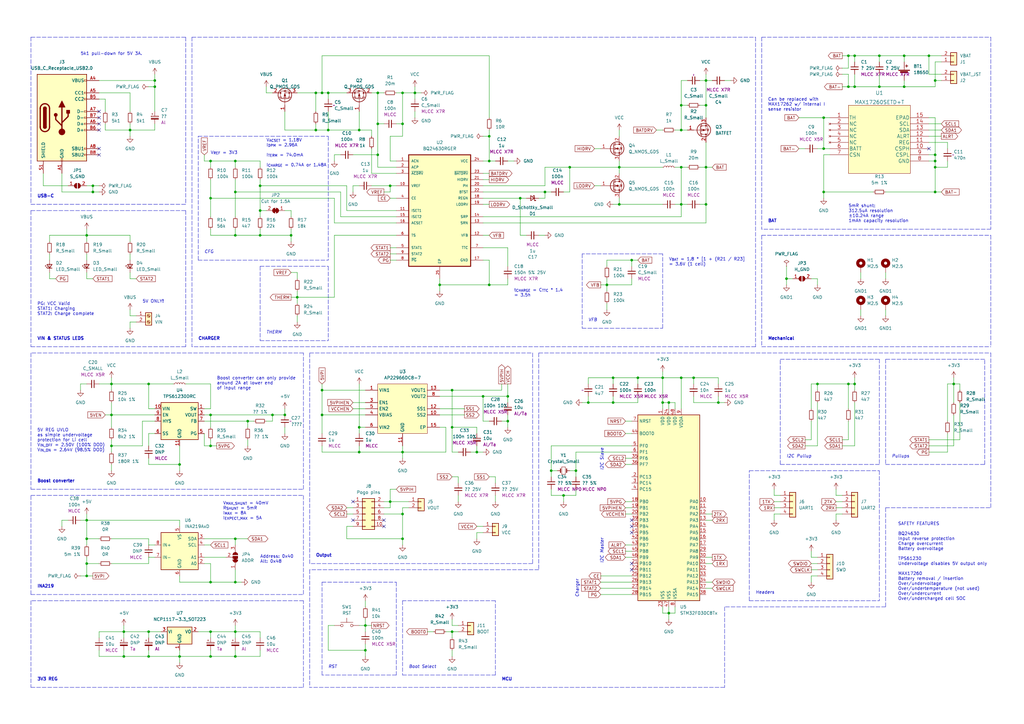
<source format=kicad_sch>
(kicad_sch (version 20211123) (generator eeschema)
  (paper "A3")
  (title_block (title "LiFePO4 Pi UPS") (date "2022-07-20") (rev "v0.0.1") (company "Thomas Aldrian"))
  (junction (at 185.42 259.08))
  (junction (at 170.18 38.1))
  (junction (at 106.68 76.2))
  (junction (at 106.68 96.52))
  (junction (at 35.56 231.14))
  (junction (at 60.96 259.08))
  (junction (at 337.82 48.26))
  (junction (at 236.22 193.04))
  (junction (at 271.78 154.94))
  (junction (at 383.54 68.58))
  (junction (at 381 22.86))
  (junction (at 200.66 116.84))
  (junction (at 154.94 50.8))
  (junction (at 261.62 154.94))
  (junction (at 165.1 38.1))
  (junction (at 284.48 154.94))
  (junction (at 279.4 68.58))
  (junction (at 60.96 157.48))
  (junction (at 233.68 68.58))
  (junction (at 96.52 269.24))
  (junction (at 35.56 236.22))
  (junction (at 223.52 78.74))
  (junction (at 383.54 63.5))
  (junction (at 279.4 83.82))
  (junction (at 73.66 269.24))
  (junction (at 165.1 50.8))
  (junction (at 213.36 81.28))
  (junction (at 63.5 35.56))
  (junction (at 289.56 68.58))
  (junction (at 45.72 170.18))
  (junction (at 279.4 154.94))
  (junction (at 383.54 66.04))
  (junction (at 322.58 114.3))
  (junction (at 96.52 238.76))
  (junction (at 132.08 38.1))
  (junction (at 279.4 53.34))
  (junction (at 259.08 106.68))
  (junction (at 360.68 22.86))
  (junction (at 274.32 165.1))
  (junction (at 160.02 76.2))
  (junction (at 149.86 256.54))
  (junction (at 132.08 160.02))
  (junction (at 185.42 160.02))
  (junction (at 96.52 66.04))
  (junction (at 147.32 185.42))
  (junction (at 86.36 170.18))
  (junction (at 96.52 96.52))
  (junction (at 350.52 157.48))
  (junction (at 149.86 266.7))
  (junction (at 251.46 154.94))
  (junction (at 370.84 35.56))
  (junction (at 185.42 175.26))
  (junction (at 86.36 238.76))
  (junction (at 129.54 53.34))
  (junction (at 119.38 96.52))
  (junction (at 289.56 33.02))
  (junction (at 231.14 203.2))
  (junction (at 200.66 66.04))
  (junction (at 45.72 157.48))
  (junction (at 86.36 269.24))
  (junction (at 335.28 157.48))
  (junction (at 274.32 251.46))
  (junction (at 160.02 205.74))
  (junction (at 86.36 259.08))
  (junction (at 208.28 172.72))
  (junction (at 347.98 157.48))
  (junction (at 195.58 185.42))
  (junction (at 154.94 63.5))
  (junction (at 147.32 53.34))
  (junction (at 251.46 165.1))
  (junction (at 294.64 165.1))
  (junction (at 360.68 35.56))
  (junction (at 116.84 170.18))
  (junction (at 86.36 81.28))
  (junction (at 38.1 76.2))
  (junction (at 165.1 220.98))
  (junction (at 271.78 165.1))
  (junction (at 50.8 269.24))
  (junction (at 241.3 165.1))
  (junction (at 96.52 259.08))
  (junction (at 350.52 22.86))
  (junction (at 289.56 83.82))
  (junction (at 289.56 43.18))
  (junction (at 337.82 60.96))
  (junction (at 200.66 55.88))
  (junction (at 35.56 96.52))
  (junction (at 101.6 172.72))
  (junction (at 337.82 78.74))
  (junction (at 147.32 175.26))
  (junction (at 248.92 116.84))
  (junction (at 53.34 53.34))
  (junction (at 45.72 182.88))
  (junction (at 383.54 78.74))
  (junction (at 86.36 182.88))
  (junction (at 226.06 193.04))
  (junction (at 38.1 78.74))
  (junction (at 279.4 43.18))
  (junction (at 347.98 35.56))
  (junction (at 35.56 213.36))
  (junction (at 50.8 259.08))
  (junction (at 391.16 157.48))
  (junction (at 254 83.82))
  (junction (at 134.62 53.34))
  (junction (at 347.98 22.86))
  (junction (at 111.76 170.18))
  (junction (at 73.66 190.5))
  (junction (at 134.62 38.1))
  (junction (at 63.5 33.02))
  (junction (at 121.92 121.92))
  (junction (at 198.12 162.56))
  (junction (at 208.28 162.56))
  (junction (at 132.08 170.18))
  (junction (at 60.96 269.24))
  (junction (at 96.52 220.98))
  (junction (at 383.54 33.02))
  (junction (at 180.34 116.84))
  (junction (at 370.84 22.86))
  (junction (at 254 68.58))
  (junction (at 350.52 35.56))
  (junction (at 154.94 38.1))
  (junction (at 35.56 220.98))
  (junction (at 96.52 78.74))
  (junction (at 86.36 66.04))
  (junction (at 129.54 38.1))
  (junction (at 165.1 185.42))
  (junction (at 106.68 86.36))
  (junction (at 165.1 210.82))
  (no_connect (at 40.64 45.72))
  (no_connect (at 40.64 48.26))
  (no_connect (at 40.64 50.8))
  (no_connect (at 40.64 53.34))
  (no_connect (at 381 60.96))
  (no_connect (at 40.64 60.96))
  (no_connect (at 40.64 63.5))
  (no_connect (at 144.78 205.74))
  (no_connect (at 144.78 213.36))
  (no_connect (at 259.08 233.68))
  (no_connect (at 259.08 231.14))
  (no_connect (at 259.08 215.9))
  (no_connect (at 259.08 213.36))
  (no_connect (at 259.08 218.44))
  (no_connect (at 157.48 215.9))
  (no_connect (at 157.48 213.36))
  (wire (pts (xy 386.08 33.02) (xy 383.54 33.02)))
  (wire (pts (xy 200.66 53.34) (xy 200.66 55.88)))
  (polyline (pts (xy 81.28 55.88) (xy 134.62 55.88)))
  (wire (pts (xy 43.18 53.34) (xy 53.34 53.34)))
  (wire (pts (xy 137.16 81.28) (xy 137.16 91.44)))
  (polyline (pts (xy 132.08 276.86) (xy 132.08 238.76)))
  (wire (pts (xy 383.54 33.02) (xy 383.54 35.56)))
  (polyline (pts (xy 271.78 104.14) (xy 238.76 104.14)))
  (wire (pts (xy 347.98 35.56) (xy 350.52 35.56)))
  (wire (pts (xy 154.94 38.1) (xy 157.48 38.1)))
  (polyline (pts (xy 78.74 58.42) (xy 78.74 58.42)))
  (wire (pts (xy 342.9 200.66) (xy 342.9 203.2)))
  (wire (pts (xy 142.24 220.98) (xy 165.1 220.98)))
  (wire (pts (xy 335.28 114.3) (xy 335.28 116.84)))
  (wire (pts (xy 157.48 205.74) (xy 160.02 205.74)))
  (wire (pts (xy 345.44 35.56) (xy 347.98 35.56)))
  (wire (pts (xy 154.94 38.1) (xy 154.94 50.8)))
  (wire (pts (xy 203.2 195.58) (xy 203.2 198.12)))
  (wire (pts (xy 137.16 63.5) (xy 139.7 63.5)))
  (wire (pts (xy 180.34 160.02) (xy 185.42 160.02)))
  (wire (pts (xy 276.86 165.1) (xy 274.32 165.1)))
  (wire (pts (xy 60.96 177.8) (xy 63.5 177.8)))
  (wire (pts (xy 121.92 121.92) (xy 137.16 121.92)))
  (wire (pts (xy 360.68 22.86) (xy 360.68 25.4)))
  (wire (pts (xy 246.38 241.3) (xy 259.08 241.3)))
  (polyline (pts (xy 12.7 86.36) (xy 12.7 142.24)))
  (wire (pts (xy 259.08 106.68) (xy 259.08 109.22)))
  (wire (pts (xy 165.1 208.28) (xy 167.64 208.28)))
  (wire (pts (xy 149.86 266.7) (xy 149.86 269.24)))
  (wire (pts (xy 271.78 165.1) (xy 274.32 165.1)))
  (wire (pts (xy 180.34 170.18) (xy 190.5 170.18)))
  (wire (pts (xy 195.58 182.88) (xy 195.58 185.42)))
  (wire (pts (xy 289.56 68.58) (xy 289.56 83.82)))
  (wire (pts (xy 152.4 60.96) (xy 152.4 71.12)))
  (wire (pts (xy 137.16 256.54) (xy 134.62 256.54)))
  (wire (pts (xy 347.98 27.94) (xy 347.98 22.86)))
  (wire (pts (xy 154.94 63.5) (xy 154.94 68.58)))
  (wire (pts (xy 96.52 233.68) (xy 96.52 238.76)))
  (wire (pts (xy 294.64 157.48) (xy 294.64 154.94)))
  (wire (pts (xy 317.5 213.36) (xy 317.5 210.82)))
  (wire (pts (xy 391.16 182.88) (xy 391.16 170.18)))
  (wire (pts (xy 134.62 256.54) (xy 134.62 266.7)))
  (wire (pts (xy 45.72 157.48) (xy 60.96 157.48)))
  (wire (pts (xy 386.08 30.48) (xy 381 30.48)))
  (wire (pts (xy 220.98 96.52) (xy 223.52 96.52)))
  (wire (pts (xy 86.36 238.76) (xy 86.36 231.14)))
  (wire (pts (xy 261.62 162.56) (xy 261.62 165.1)))
  (wire (pts (xy 40.64 269.24) (xy 50.8 269.24)))
  (wire (pts (xy 198.12 78.74) (xy 223.52 78.74)))
  (wire (pts (xy 35.56 96.52) (xy 35.56 99.06)))
  (wire (pts (xy 119.38 96.52) (xy 119.38 99.06)))
  (wire (pts (xy 60.96 182.88) (xy 60.96 177.8)))
  (wire (pts (xy 53.34 50.8) (xy 53.34 53.34)))
  (wire (pts (xy 180.34 114.3) (xy 180.34 116.84)))
  (wire (pts (xy 101.6 180.34) (xy 101.6 182.88)))
  (polyline (pts (xy 312.42 15.24) (xy 312.42 93.98)))
  (wire (pts (xy 180.34 162.56) (xy 198.12 162.56)))
  (wire (pts (xy 289.56 228.6) (xy 292.1 228.6)))
  (polyline (pts (xy 220.98 144.78) (xy 406.4 144.78)))
  (polyline (pts (xy 12.7 144.78) (xy 12.7 200.66)))
  (wire (pts (xy 185.42 259.08) (xy 185.42 261.62)))
  (wire (pts (xy 165.1 208.28) (xy 165.1 210.82)))
  (wire (pts (xy 256.54 223.52) (xy 259.08 223.52)))
  (polyline (pts (xy 106.68 109.22) (xy 134.62 109.22)))
  (wire (pts (xy 83.82 223.52) (xy 86.36 223.52)))
  (wire (pts (xy 96.52 96.52) (xy 86.36 96.52)))
  (wire (pts (xy 60.96 223.52) (xy 63.5 223.52)))
  (wire (pts (xy 284.48 165.1) (xy 284.48 162.56)))
  (polyline (pts (xy 307.34 246.38) (xy 307.34 193.04)))
  (wire (pts (xy 198.12 83.82) (xy 200.66 83.82)))
  (wire (pts (xy 106.68 76.2) (xy 106.68 86.36)))
  (wire (pts (xy 342.9 203.2) (xy 345.44 203.2)))
  (wire (pts (xy 289.56 238.76) (xy 292.1 238.76)))
  (wire (pts (xy 223.52 78.74) (xy 223.52 81.28)))
  (wire (pts (xy 86.36 167.64) (xy 86.36 157.48)))
  (wire (pts (xy 63.5 35.56) (xy 63.5 45.72)))
  (wire (pts (xy 259.08 182.88) (xy 226.06 182.88)))
  (wire (pts (xy 121.92 121.92) (xy 121.92 124.46)))
  (wire (pts (xy 119.38 86.36) (xy 119.38 88.9)))
  (wire (pts (xy 96.52 261.62) (xy 96.52 259.08)))
  (wire (pts (xy 50.8 266.7) (xy 50.8 269.24)))
  (wire (pts (xy 180.34 167.64) (xy 190.5 167.64)))
  (wire (pts (xy 144.78 165.1) (xy 149.86 165.1)))
  (wire (pts (xy 289.56 231.14) (xy 292.1 231.14)))
  (wire (pts (xy 106.68 96.52) (xy 119.38 96.52)))
  (wire (pts (xy 53.34 129.54) (xy 55.88 129.54)))
  (wire (pts (xy 322.58 114.3) (xy 325.12 114.3)))
  (wire (pts (xy 139.7 88.9) (xy 139.7 78.74)))
  (wire (pts (xy 381 58.42) (xy 388.62 58.42)))
  (wire (pts (xy 381 22.86) (xy 386.08 22.86)))
  (polyline (pts (xy 12.7 246.38) (xy 12.7 281.94)))
  (wire (pts (xy 284.48 154.94) (xy 284.48 157.48)))
  (wire (pts (xy 33.02 213.36) (xy 35.56 213.36)))
  (wire (pts (xy 53.34 96.52) (xy 53.34 99.06)))
  (wire (pts (xy 200.66 66.04) (xy 203.2 66.04)))
  (polyline (pts (xy 124.46 144.78) (xy 12.7 144.78)))
  (wire (pts (xy 231.14 78.74) (xy 233.68 78.74)))
  (wire (pts (xy 45.72 231.14) (xy 60.96 231.14)))
  (wire (pts (xy 20.32 114.3) (xy 22.86 114.3)))
  (polyline (pts (xy 12.7 281.94) (xy 124.46 281.94)))
  (wire (pts (xy 157.48 78.74) (xy 160.02 78.74)))
  (wire (pts (xy 241.3 154.94) (xy 251.46 154.94)))
  (wire (pts (xy 53.34 111.76) (xy 53.34 114.3)))
  (wire (pts (xy 335.28 60.96) (xy 337.82 60.96)))
  (wire (pts (xy 198.12 162.56) (xy 198.12 172.72)))
  (wire (pts (xy 63.5 53.34) (xy 63.5 50.8)))
  (wire (pts (xy 35.56 93.98) (xy 35.56 96.52)))
  (wire (pts (xy 370.84 22.86) (xy 381 22.86)))
  (wire (pts (xy 337.82 48.26) (xy 337.82 60.96)))
  (wire (pts (xy 83.82 182.88) (xy 86.36 182.88)))
  (wire (pts (xy 279.4 68.58) (xy 279.4 83.82)))
  (wire (pts (xy 152.4 71.12) (xy 162.56 71.12)))
  (wire (pts (xy 287.02 43.18) (xy 289.56 43.18)))
  (wire (pts (xy 370.84 25.4) (xy 370.84 22.86)))
  (wire (pts (xy 86.36 170.18) (xy 111.76 170.18)))
  (polyline (pts (xy 309.88 142.24) (xy 78.74 142.24)))
  (wire (pts (xy 256.54 190.5) (xy 259.08 190.5)))
  (wire (pts (xy 73.66 266.7) (xy 73.66 269.24)))
  (wire (pts (xy 248.92 114.3) (xy 248.92 116.84)))
  (wire (pts (xy 35.56 228.6) (xy 35.56 231.14)))
  (wire (pts (xy 144.78 63.5) (xy 154.94 63.5)))
  (wire (pts (xy 332.74 180.34) (xy 332.74 172.72)))
  (wire (pts (xy 25.4 71.12) (xy 25.4 78.74)))
  (wire (pts (xy 195.58 175.26) (xy 185.42 175.26)))
  (wire (pts (xy 129.54 38.1) (xy 129.54 45.72)))
  (wire (pts (xy 231.14 203.2) (xy 231.14 205.74)))
  (polyline (pts (xy 12.7 203.2) (xy 124.46 203.2)))
  (wire (pts (xy 347.98 22.86) (xy 350.52 22.86)))
  (wire (pts (xy 195.58 185.42) (xy 198.12 185.42)))
  (wire (pts (xy 50.8 259.08) (xy 40.64 259.08)))
  (wire (pts (xy 287.02 68.58) (xy 289.56 68.58)))
  (wire (pts (xy 251.46 154.94) (xy 261.62 154.94)))
  (wire (pts (xy 83.82 177.8) (xy 83.82 182.88)))
  (wire (pts (xy 53.34 104.14) (xy 53.34 106.68)))
  (wire (pts (xy 360.68 30.48) (xy 360.68 35.56)))
  (wire (pts (xy 274.32 251.46) (xy 274.32 248.92)))
  (wire (pts (xy 160.02 66.04) (xy 162.56 66.04)))
  (wire (pts (xy 83.82 66.04) (xy 86.36 66.04)))
  (polyline (pts (xy 406.4 144.78) (xy 406.4 208.28)))
  (wire (pts (xy 332.74 236.22) (xy 335.28 236.22)))
  (wire (pts (xy 198.12 66.04) (xy 200.66 66.04)))
  (wire (pts (xy 165.1 38.1) (xy 165.1 50.8)))
  (wire (pts (xy 383.54 68.58) (xy 383.54 66.04)))
  (wire (pts (xy 347.98 157.48) (xy 350.52 157.48)))
  (wire (pts (xy 345.44 30.48) (xy 347.98 30.48)))
  (wire (pts (xy 254 83.82) (xy 271.78 83.82)))
  (polyline (pts (xy 106.68 139.7) (xy 134.62 139.7)))
  (wire (pts (xy 223.52 68.58) (xy 233.68 68.58)))
  (wire (pts (xy 220.98 81.28) (xy 223.52 81.28)))
  (wire (pts (xy 137.16 96.52) (xy 137.16 121.92)))
  (wire (pts (xy 342.9 208.28) (xy 345.44 208.28)))
  (wire (pts (xy 35.56 104.14) (xy 35.56 106.68)))
  (wire (pts (xy 96.52 66.04) (xy 106.68 66.04)))
  (wire (pts (xy 106.68 269.24) (xy 96.52 269.24)))
  (wire (pts (xy 43.18 50.8) (xy 43.18 53.34)))
  (wire (pts (xy 20.32 111.76) (xy 20.32 114.3)))
  (wire (pts (xy 129.54 53.34) (xy 116.84 53.34)))
  (polyline (pts (xy 406.4 96.52) (xy 406.4 142.24)))
  (wire (pts (xy 345.44 22.86) (xy 347.98 22.86)))
  (wire (pts (xy 276.86 53.34) (xy 279.4 53.34)))
  (polyline (pts (xy 403.86 147.32) (xy 363.22 147.32)))
  (polyline (pts (xy 81.28 106.68) (xy 134.62 106.68)))
  (polyline (pts (xy 78.74 15.24) (xy 309.88 15.24)))
  (polyline (pts (xy 360.68 190.5) (xy 320.04 190.5)))
  (wire (pts (xy 256.54 210.82) (xy 259.08 210.82)))
  (wire (pts (xy 73.66 238.76) (xy 86.36 238.76)))
  (wire (pts (xy 35.56 210.82) (xy 35.56 213.36)))
  (wire (pts (xy 393.7 157.48) (xy 393.7 160.02)))
  (wire (pts (xy 388.62 185.42) (xy 381 185.42)))
  (wire (pts (xy 381 30.48) (xy 381 22.86)))
  (wire (pts (xy 160.02 76.2) (xy 162.56 76.2)))
  (wire (pts (xy 254 53.34) (xy 254 55.88)))
  (wire (pts (xy 363.22 111.76) (xy 363.22 114.3)))
  (wire (pts (xy 388.62 66.04) (xy 388.62 68.58)))
  (wire (pts (xy 157.48 210.82) (xy 165.1 210.82)))
  (wire (pts (xy 132.08 22.86) (xy 132.08 38.1)))
  (wire (pts (xy 162.56 200.66) (xy 160.02 200.66)))
  (wire (pts (xy 332.74 233.68) (xy 335.28 233.68)))
  (wire (pts (xy 383.54 63.5) (xy 383.54 66.04)))
  (wire (pts (xy 388.62 68.58) (xy 383.54 68.58)))
  (polyline (pts (xy 162.56 238.76) (xy 162.56 276.86)))
  (wire (pts (xy 152.4 76.2) (xy 160.02 76.2)))
  (wire (pts (xy 147.32 185.42) (xy 165.1 185.42)))
  (wire (pts (xy 345.44 182.88) (xy 350.52 182.88)))
  (wire (pts (xy 246.38 238.76) (xy 259.08 238.76)))
  (wire (pts (xy 96.52 93.98) (xy 96.52 96.52)))
  (wire (pts (xy 279.4 83.82) (xy 279.4 88.9)))
  (wire (pts (xy 337.82 78.74) (xy 337.82 81.28)))
  (wire (pts (xy 281.94 33.02) (xy 279.4 33.02)))
  (wire (pts (xy 160.02 200.66) (xy 160.02 205.74)))
  (wire (pts (xy 185.42 254) (xy 185.42 256.54)))
  (wire (pts (xy 147.32 53.34) (xy 152.4 53.34)))
  (wire (pts (xy 370.84 35.56) (xy 360.68 35.56)))
  (wire (pts (xy 226.06 200.66) (xy 226.06 203.2)))
  (wire (pts (xy 43.18 40.64) (xy 40.64 40.64)))
  (wire (pts (xy 45.72 182.88) (xy 45.72 180.34)))
  (wire (pts (xy 160.02 104.14) (xy 162.56 104.14)))
  (wire (pts (xy 317.5 210.82) (xy 320.04 210.82)))
  (wire (pts (xy 147.32 175.26) (xy 149.86 175.26)))
  (polyline (pts (xy 127 231.14) (xy 127 144.78)))
  (wire (pts (xy 261.62 165.1) (xy 251.46 165.1)))
  (wire (pts (xy 132.08 38.1) (xy 134.62 38.1)))
  (wire (pts (xy 243.84 60.96) (xy 246.38 60.96)))
  (wire (pts (xy 243.84 76.2) (xy 246.38 76.2)))
  (wire (pts (xy 350.52 182.88) (xy 350.52 165.1)))
  (wire (pts (xy 279.4 53.34) (xy 281.94 53.34)))
  (wire (pts (xy 241.3 157.48) (xy 241.3 154.94)))
  (wire (pts (xy 195.58 177.8) (xy 195.58 175.26)))
  (wire (pts (xy 53.34 53.34) (xy 63.5 53.34)))
  (wire (pts (xy 96.52 266.7) (xy 96.52 269.24)))
  (polyline (pts (xy 81.28 106.68) (xy 81.28 55.88)))
  (wire (pts (xy 134.62 38.1) (xy 134.62 40.64)))
  (wire (pts (xy 25.4 213.36) (xy 27.94 213.36)))
  (wire (pts (xy 132.08 157.48) (xy 132.08 160.02)))
  (wire (pts (xy 271.78 248.92) (xy 271.78 251.46)))
  (wire (pts (xy 279.4 33.02) (xy 279.4 43.18)))
  (wire (pts (xy 332.74 228.6) (xy 335.28 228.6)))
  (wire (pts (xy 200.66 106.68) (xy 200.66 116.84)))
  (wire (pts (xy 246.38 243.84) (xy 259.08 243.84)))
  (wire (pts (xy 322.58 109.22) (xy 322.58 114.3)))
  (wire (pts (xy 129.54 50.8) (xy 129.54 53.34)))
  (wire (pts (xy 101.6 175.26) (xy 101.6 172.72)))
  (wire (pts (xy 236.22 193.04) (xy 236.22 195.58)))
  (wire (pts (xy 45.72 220.98) (xy 60.96 220.98)))
  (wire (pts (xy 391.16 154.94) (xy 391.16 157.48)))
  (wire (pts (xy 86.36 81.28) (xy 86.36 88.9)))
  (wire (pts (xy 106.68 86.36) (xy 106.68 88.9)))
  (polyline (pts (xy 220.98 144.78) (xy 220.98 233.68)))
  (wire (pts (xy 86.36 81.28) (xy 137.16 81.28)))
  (wire (pts (xy 226.06 203.2) (xy 231.14 203.2)))
  (polyline (pts (xy 403.86 190.5) (xy 403.86 147.32)))
  (wire (pts (xy 381 55.88) (xy 386.08 55.88)))
  (polyline (pts (xy 12.7 200.66) (xy 124.46 200.66)))
  (wire (pts (xy 198.12 162.56) (xy 208.28 162.56)))
  (wire (pts (xy 198.12 55.88) (xy 200.66 55.88)))
  (polyline (pts (xy 127 233.68) (xy 127 281.94)))
  (wire (pts (xy 63.5 33.02) (xy 63.5 35.56)))
  (wire (pts (xy 109.22 35.56) (xy 109.22 38.1)))
  (wire (pts (xy 134.62 266.7) (xy 149.86 266.7)))
  (wire (pts (xy 35.56 220.98) (xy 35.56 223.52)))
  (wire (pts (xy 391.16 157.48) (xy 391.16 165.1)))
  (wire (pts (xy 388.62 172.72) (xy 388.62 157.48)))
  (wire (pts (xy 337.82 63.5) (xy 340.36 63.5)))
  (wire (pts (xy 154.94 50.8) (xy 157.48 50.8)))
  (wire (pts (xy 165.1 185.42) (xy 165.1 187.96)))
  (polyline (pts (xy 220.98 233.68) (xy 127 233.68)))
  (wire (pts (xy 226.06 193.04) (xy 226.06 195.58)))
  (wire (pts (xy 279.4 154.94) (xy 279.4 167.64)))
  (wire (pts (xy 96.52 259.08) (xy 106.68 259.08)))
  (wire (pts (xy 20.32 96.52) (xy 35.56 96.52)))
  (wire (pts (xy 342.9 210.82) (xy 345.44 210.82)))
  (wire (pts (xy 142.24 208.28) (xy 144.78 208.28)))
  (wire (pts (xy 144.78 76.2) (xy 144.78 78.74)))
  (wire (pts (xy 381 50.8) (xy 386.08 50.8)))
  (wire (pts (xy 187.96 203.2) (xy 187.96 205.74)))
  (wire (pts (xy 53.34 53.34) (xy 53.34 55.88)))
  (wire (pts (xy 213.36 96.52) (xy 213.36 81.28)))
  (wire (pts (xy 35.56 114.3) (xy 38.1 114.3)))
  (wire (pts (xy 132.08 160.02) (xy 132.08 170.18)))
  (wire (pts (xy 289.56 83.82) (xy 289.56 91.44)))
  (wire (pts (xy 45.72 170.18) (xy 63.5 170.18)))
  (wire (pts (xy 147.32 182.88) (xy 147.32 185.42)))
  (wire (pts (xy 142.24 210.82) (xy 144.78 210.82)))
  (wire (pts (xy 381 63.5) (xy 383.54 63.5)))
  (wire (pts (xy 116.84 86.36) (xy 119.38 86.36)))
  (wire (pts (xy 83.82 220.98) (xy 96.52 220.98)))
  (wire (pts (xy 393.7 180.34) (xy 393.7 165.1)))
  (wire (pts (xy 116.84 175.26) (xy 116.84 177.8)))
  (wire (pts (xy 66.04 259.08) (xy 60.96 259.08)))
  (wire (pts (xy 152.4 53.34) (xy 152.4 55.88)))
  (wire (pts (xy 20.32 104.14) (xy 20.32 106.68)))
  (wire (pts (xy 40.64 259.08) (xy 40.64 261.62)))
  (wire (pts (xy 233.68 193.04) (xy 236.22 193.04)))
  (wire (pts (xy 86.36 269.24) (xy 73.66 269.24)))
  (wire (pts (xy 147.32 256.54) (xy 149.86 256.54)))
  (wire (pts (xy 185.42 256.54) (xy 187.96 256.54)))
  (wire (pts (xy 45.72 165.1) (xy 45.72 170.18)))
  (wire (pts (xy 160.02 55.88) (xy 160.02 66.04)))
  (wire (pts (xy 160.02 106.68) (xy 162.56 106.68)))
  (wire (pts (xy 134.62 45.72) (xy 134.62 53.34)))
  (polyline (pts (xy 76.2 86.36) (xy 76.2 142.24)))
  (wire (pts (xy 208.28 157.48) (xy 208.28 162.56)))
  (wire (pts (xy 271.78 165.1) (xy 271.78 154.94)))
  (wire (pts (xy 198.12 106.68) (xy 200.66 106.68)))
  (polyline (pts (xy 363.22 208.28) (xy 363.22 248.92)))
  (wire (pts (xy 17.78 71.12) (xy 17.78 76.2)))
  (wire (pts (xy 342.9 205.74) (xy 345.44 205.74)))
  (polyline (pts (xy 320.04 190.5) (xy 320.04 147.32)))
  (wire (pts (xy 198.12 71.12) (xy 200.66 71.12)))
  (polyline (pts (xy 406.4 15.24) (xy 406.4 93.98)))
  (polyline (pts (xy 12.7 86.36) (xy 76.2 86.36)))
  (wire (pts (xy 200.66 116.84) (xy 208.28 116.84)))
  (wire (pts (xy 106.68 266.7) (xy 106.68 269.24)))
  (wire (pts (xy 139.7 88.9) (xy 162.56 88.9)))
  (wire (pts (xy 256.54 226.06) (xy 259.08 226.06)))
  (wire (pts (xy 332.74 231.14) (xy 335.28 231.14)))
  (wire (pts (xy 60.96 266.7) (xy 60.96 269.24)))
  (wire (pts (xy 137.16 63.5) (xy 137.16 66.04)))
  (wire (pts (xy 226.06 182.88) (xy 226.06 193.04)))
  (polyline (pts (xy 203.2 246.38) (xy 165.1 246.38)))
  (wire (pts (xy 198.12 218.44) (xy 195.58 218.44)))
  (polyline (pts (xy 12.7 243.84) (xy 12.7 203.2)))
  (wire (pts (xy 350.52 25.4) (xy 350.52 22.86)))
  (wire (pts (xy 281.94 43.18) (xy 279.4 43.18)))
  (wire (pts (xy 383.54 25.4) (xy 386.08 25.4)))
  (wire (pts (xy 50.8 269.24) (xy 60.96 269.24)))
  (wire (pts (xy 45.72 182.88) (xy 45.72 185.42)))
  (wire (pts (xy 83.82 231.14) (xy 86.36 231.14)))
  (wire (pts (xy 317.5 205.74) (xy 320.04 205.74)))
  (polyline (pts (xy 162.56 276.86) (xy 132.08 276.86)))
  (wire (pts (xy 198.12 96.52) (xy 200.66 96.52)))
  (wire (pts (xy 289.56 33.02) (xy 292.1 33.02)))
  (wire (pts (xy 160.02 101.6) (xy 162.56 101.6)))
  (wire (pts (xy 330.2 180.34) (xy 332.74 180.34)))
  (polyline (pts (xy 360.68 193.04) (xy 360.68 246.38)))
  (wire (pts (xy 96.52 73.66) (xy 96.52 78.74)))
  (wire (pts (xy 256.54 205.74) (xy 259.08 205.74)))
  (wire (pts (xy 276.86 248.92) (xy 276.86 251.46)))
  (wire (pts (xy 259.08 116.84) (xy 259.08 114.3)))
  (wire (pts (xy 50.8 261.62) (xy 50.8 259.08)))
  (wire (pts (xy 251.46 154.94) (xy 251.46 157.48)))
  (wire (pts (xy 86.36 182.88) (xy 88.9 182.88)))
  (wire (pts (xy 198.12 91.44) (xy 289.56 91.44)))
  (wire (pts (xy 86.36 73.66) (xy 86.36 81.28)))
  (wire (pts (xy 345.44 180.34) (xy 347.98 180.34)))
  (wire (pts (xy 248.92 116.84) (xy 259.08 116.84)))
  (polyline (pts (xy 309.88 15.24) (xy 309.88 142.24)))
  (polyline (pts (xy 307.34 246.38) (xy 360.68 246.38)))
  (wire (pts (xy 83.82 167.64) (xy 86.36 167.64)))
  (wire (pts (xy 198.12 73.66) (xy 200.66 73.66)))
  (wire (pts (xy 38.1 78.74) (xy 40.64 78.74)))
  (wire (pts (xy 86.36 266.7) (xy 86.36 269.24)))
  (polyline (pts (xy 12.7 83.82) (xy 76.2 83.82)))
  (wire (pts (xy 223.52 76.2) (xy 223.52 68.58)))
  (wire (pts (xy 353.06 111.76) (xy 353.06 114.3)))
  (wire (pts (xy 347.98 30.48) (xy 347.98 35.56)))
  (polyline (pts (xy 238.76 134.62) (xy 271.78 134.62)))
  (wire (pts (xy 205.74 172.72) (xy 208.28 172.72)))
  (wire (pts (xy 215.9 96.52) (xy 213.36 96.52)))
  (wire (pts (xy 388.62 157.48) (xy 391.16 157.48)))
  (wire (pts (xy 121.92 119.38) (xy 121.92 121.92)))
  (wire (pts (xy 96.52 238.76) (xy 99.06 238.76)))
  (wire (pts (xy 152.4 38.1) (xy 154.94 38.1)))
  (wire (pts (xy 119.38 111.76) (xy 121.92 111.76)))
  (polyline (pts (xy 203.2 276.86) (xy 203.2 246.38)))
  (wire (pts (xy 45.72 170.18) (xy 45.72 175.26)))
  (wire (pts (xy 134.62 38.1) (xy 142.24 38.1)))
  (wire (pts (xy 228.6 193.04) (xy 226.06 193.04)))
  (wire (pts (xy 81.28 259.08) (xy 86.36 259.08)))
  (wire (pts (xy 198.12 101.6) (xy 208.28 101.6)))
  (wire (pts (xy 322.58 116.84) (xy 322.58 114.3)))
  (wire (pts (xy 370.84 22.86) (xy 360.68 22.86)))
  (wire (pts (xy 289.56 68.58) (xy 292.1 68.58)))
  (wire (pts (xy 38.1 76.2) (xy 38.1 78.74)))
  (polyline (pts (xy 307.34 193.04) (xy 360.68 193.04)))
  (wire (pts (xy 342.9 213.36) (xy 342.9 210.82)))
  (wire (pts (xy 256.54 172.72) (xy 259.08 172.72)))
  (wire (pts (xy 236.22 185.42) (xy 236.22 193.04)))
  (wire (pts (xy 149.86 256.54) (xy 152.4 256.54)))
  (wire (pts (xy 254 68.58) (xy 271.78 68.58)))
  (wire (pts (xy 180.34 119.38) (xy 180.34 116.84)))
  (wire (pts (xy 35.56 236.22) (xy 38.1 236.22)))
  (wire (pts (xy 25.4 78.74) (xy 38.1 78.74)))
  (wire (pts (xy 17.78 76.2) (xy 27.94 76.2)))
  (wire (pts (xy 121.92 129.54) (xy 121.92 132.08)))
  (wire (pts (xy 33.02 236.22) (xy 35.56 236.22)))
  (wire (pts (xy 106.68 261.62) (xy 106.68 259.08)))
  (wire (pts (xy 132.08 160.02) (xy 149.86 160.02)))
  (wire (pts (xy 185.42 266.7) (xy 185.42 269.24)))
  (polyline (pts (xy 124.46 281.94) (xy 124.46 246.38)))
  (polyline (pts (xy 12.7 15.24) (xy 12.7 83.82)))
  (wire (pts (xy 185.42 185.42) (xy 187.96 185.42)))
  (wire (pts (xy 38.1 76.2) (xy 40.64 76.2)))
  (wire (pts (xy 289.56 33.02) (xy 289.56 43.18)))
  (wire (pts (xy 241.3 165.1) (xy 251.46 165.1)))
  (wire (pts (xy 43.18 170.18) (xy 45.72 170.18)))
  (wire (pts (xy 261.62 106.68) (xy 259.08 106.68)))
  (wire (pts (xy 203.2 203.2) (xy 203.2 205.74)))
  (wire (pts (xy 165.1 220.98) (xy 165.1 223.52)))
  (wire (pts (xy 73.66 190.5) (xy 73.66 193.04)))
  (wire (pts (xy 279.4 68.58) (xy 281.94 68.58)))
  (wire (pts (xy 165.1 185.42) (xy 182.88 185.42)))
  (wire (pts (xy 198.12 88.9) (xy 279.4 88.9)))
  (wire (pts (xy 182.88 259.08) (xy 185.42 259.08)))
  (polyline (pts (xy 106.68 109.22) (xy 106.68 139.7)))
  (wire (pts (xy 289.56 58.42) (xy 289.56 68.58)))
  (wire (pts (xy 35.56 231.14) (xy 35.56 236.22)))
  (wire (pts (xy 200.66 195.58) (xy 203.2 195.58)))
  (wire (pts (xy 294.64 162.56) (xy 294.64 165.1)))
  (wire (pts (xy 45.72 182.88) (xy 58.42 182.88)))
  (wire (pts (xy 256.54 177.8) (xy 259.08 177.8)))
  (wire (pts (xy 149.86 256.54) (xy 149.86 259.08)))
  (wire (pts (xy 254 66.04) (xy 254 68.58)))
  (wire (pts (xy 86.36 66.04) (xy 86.36 68.58)))
  (wire (pts (xy 170.18 38.1) (xy 170.18 35.56)))
  (wire (pts (xy 287.02 33.02) (xy 289.56 33.02)))
  (wire (pts (xy 86.36 259.08) (xy 96.52 259.08)))
  (wire (pts (xy 35.56 111.76) (xy 35.56 114.3)))
  (wire (pts (xy 381 53.34) (xy 386.08 53.34)))
  (wire (pts (xy 162.56 96.52) (xy 137.16 96.52)))
  (wire (pts (xy 213.36 81.28) (xy 215.9 81.28)))
  (wire (pts (xy 33.02 157.48) (xy 33.02 160.02)))
  (wire (pts (xy 185.42 259.08) (xy 187.96 259.08)))
  (wire (pts (xy 200.66 55.88) (xy 200.66 66.04)))
  (wire (pts (xy 149.86 254) (xy 149.86 256.54)))
  (wire (pts (xy 350.52 157.48) (xy 350.52 160.02)))
  (wire (pts (xy 149.86 266.7) (xy 149.86 264.16)))
  (wire (pts (xy 276.86 251.46) (xy 274.32 251.46)))
  (wire (pts (xy 327.66 60.96) (xy 330.2 60.96)))
  (polyline (pts (xy 406.4 93.98) (xy 312.42 93.98)))
  (wire (pts (xy 60.96 167.64) (xy 63.5 167.64)))
  (wire (pts (xy 208.28 116.84) (xy 208.28 114.3)))
  (wire (pts (xy 208.28 172.72) (xy 208.28 175.26)))
  (wire (pts (xy 332.74 226.06) (xy 332.74 228.6)))
  (wire (pts (xy 335.28 182.88) (xy 335.28 165.1)))
  (wire (pts (xy 198.12 172.72) (xy 200.66 172.72)))
  (wire (pts (xy 147.32 157.48) (xy 147.32 175.26)))
  (wire (pts (xy 337.82 78.74) (xy 337.82 63.5)))
  (wire (pts (xy 86.36 182.88) (xy 86.36 180.34)))
  (wire (pts (xy 276.86 83.82) (xy 279.4 83.82)))
  (polyline (pts (xy 360.68 147.32) (xy 360.68 190.5)))
  (polyline (pts (xy 363.22 248.92) (xy 297.18 248.92)))
  (wire (pts (xy 86.36 170.18) (xy 86.36 175.26)))
  (wire (pts (xy 271.78 154.94) (xy 279.4 154.94)))
  (wire (pts (xy 144.78 215.9) (xy 142.24 215.9)))
  (wire (pts (xy 317.5 203.2) (xy 320.04 203.2)))
  (wire (pts (xy 83.82 228.6) (xy 92.71 228.6)))
  (wire (pts (xy 289.56 241.3) (xy 292.1 241.3)))
  (wire (pts (xy 297.18 33.02) (xy 299.72 33.02)))
  (polyline (pts (xy 165.1 246.38) (xy 165.1 276.86)))
  (wire (pts (xy 185.42 160.02) (xy 185.42 175.26)))
  (wire (pts (xy 116.84 167.64) (xy 116.84 170.18)))
  (wire (pts (xy 106.68 73.66) (xy 106.68 76.2)))
  (wire (pts (xy 53.34 132.08) (xy 55.88 132.08)))
  (wire (pts (xy 40.64 38.1) (xy 53.34 38.1)))
  (wire (pts (xy 274.32 251.46) (xy 274.32 254)))
  (wire (pts (xy 60.96 190.5) (xy 73.66 190.5)))
  (wire (pts (xy 53.34 127) (xy 53.34 129.54)))
  (wire (pts (xy 101.6 172.72) (xy 104.14 172.72)))
  (wire (pts (xy 195.58 218.44) (xy 195.58 220.98)))
  (polyline (pts (xy 312.42 96.52) (xy 406.4 96.52)))
  (wire (pts (xy 317.5 200.66) (xy 317.5 203.2)))
  (wire (pts (xy 63.5 30.48) (xy 63.5 33.02)))
  (polyline (pts (xy 124.46 203.2) (xy 124.46 243.84)))
  (wire (pts (xy 119.38 93.98) (xy 119.38 96.52)))
  (wire (pts (xy 180.34 175.26) (xy 182.88 175.26)))
  (wire (pts (xy 73.66 215.9) (xy 73.66 213.36)))
  (wire (pts (xy 132.08 182.88) (xy 132.08 185.42)))
  (polyline (pts (xy 271.78 134.62) (xy 271.78 104.14)))
  (wire (pts (xy 236.22 185.42) (xy 259.08 185.42)))
  (wire (pts (xy 340.36 48.26) (xy 337.82 48.26)))
  (wire (pts (xy 248.92 106.68) (xy 259.08 106.68)))
  (wire (pts (xy 248.92 124.46) (xy 248.92 127)))
  (wire (pts (xy 35.56 220.98) (xy 40.64 220.98)))
  (wire (pts (xy 35.56 213.36) (xy 73.66 213.36)))
  (wire (pts (xy 40.64 33.02) (xy 63.5 33.02)))
  (polyline (pts (xy 127 144.78) (xy 218.44 144.78)))
  (wire (pts (xy 254 81.28) (xy 254 83.82)))
  (wire (pts (xy 261.62 157.48) (xy 261.62 154.94)))
  (polyline (pts (xy 320.04 147.32) (xy 360.68 147.32)))
  (wire (pts (xy 231.14 203.2) (xy 236.22 203.2)))
  (wire (pts (xy 96.52 78.74) (xy 96.52 88.9)))
  (wire (pts (xy 233.68 68.58) (xy 233.68 78.74)))
  (wire (pts (xy 106.68 96.52) (xy 106.68 93.98)))
  (wire (pts (xy 332.74 157.48) (xy 335.28 157.48)))
  (wire (pts (xy 269.24 53.34) (xy 271.78 53.34)))
  (wire (pts (xy 393.7 157.48) (xy 391.16 157.48)))
  (wire (pts (xy 256.54 208.28) (xy 259.08 208.28)))
  (wire (pts (xy 35.56 96.52) (xy 53.34 96.52)))
  (wire (pts (xy 121.92 111.76) (xy 121.92 114.3)))
  (wire (pts (xy 251.46 83.82) (xy 254 83.82)))
  (wire (pts (xy 157.48 208.28) (xy 160.02 208.28)))
  (wire (pts (xy 86.36 96.52) (xy 86.36 93.98)))
  (wire (pts (xy 388.62 58.42) (xy 388.62 60.96)))
  (wire (pts (xy 45.72 157.48) (xy 45.72 160.02)))
  (wire (pts (xy 142.24 76.2) (xy 142.24 86.36)))
  (wire (pts (xy 60.96 223.52) (xy 60.96 220.98)))
  (wire (pts (xy 147.32 175.26) (xy 147.32 177.8)))
  (wire (pts (xy 137.16 91.44) (xy 162.56 91.44)))
  (wire (pts (xy 40.64 266.7) (xy 40.64 269.24)))
  (wire (pts (xy 35.56 157.48) (xy 33.02 157.48)))
  (wire (pts (xy 53.34 114.3) (xy 55.88 114.3)))
  (wire (pts (xy 350.52 22.86) (xy 360.68 22.86)))
  (wire (pts (xy 165.1 38.1) (xy 170.18 38.1)))
  (wire (pts (xy 132.08 22.86) (xy 200.66 22.86)))
  (wire (pts (xy 73.66 236.22) (xy 73.66 238.76)))
  (wire (pts (xy 284.48 165.1) (xy 294.64 165.1)))
  (polyline (pts (xy 297.18 281.94) (xy 127 281.94)))
  (wire (pts (xy 256.54 187.96) (xy 259.08 187.96)))
  (wire (pts (xy 383.54 68.58) (xy 383.54 78.74)))
  (wire (pts (xy 337.82 60.96) (xy 340.36 60.96)))
  (wire (pts (xy 335.28 157.48) (xy 347.98 157.48)))
  (wire (pts (xy 165.1 55.88) (xy 160.02 55.88)))
  (wire (pts (xy 160.02 81.28) (xy 162.56 81.28)))
  (wire (pts (xy 350.52 30.48) (xy 350.52 35.56)))
  (wire (pts (xy 248.92 116.84) (xy 248.92 119.38)))
  (polyline (pts (xy 297.18 248.92) (xy 297.18 281.94)))
  (wire (pts (xy 383.54 66.04) (xy 381 66.04)))
  (wire (pts (xy 238.76 165.1) (xy 241.3 165.1)))
  (wire (pts (xy 162.56 50.8) (xy 165.1 50.8)))
  (wire (pts (xy 73.66 269.24) (xy 73.66 271.78)))
  (wire (pts (xy 106.68 86.36) (xy 109.22 86.36)))
  (wire (pts (xy 289.56 83.82) (xy 287.02 83.82)))
  (wire (pts (xy 363.22 78.74) (xy 383.54 78.74)))
  (wire (pts (xy 350.52 35.56) (xy 360.68 35.56)))
  (wire (pts (xy 370.84 35.56) (xy 383.54 35.56)))
  (wire (pts (xy 175.26 259.08) (xy 177.8 259.08)))
  (wire (pts (xy 256.54 228.6) (xy 259.08 228.6)))
  (polyline (pts (xy 312.42 142.24) (xy 406.4 142.24)))
  (wire (pts (xy 60.96 157.48) (xy 60.96 167.64)))
  (wire (pts (xy 162.56 68.58) (xy 154.94 68.58)))
  (polyline (pts (xy 134.62 55.88) (xy 134.62 106.68)))
  (wire (pts (xy 271.78 167.64) (xy 271.78 165.1)))
  (wire (pts (xy 345.44 27.94) (xy 347.98 27.94)))
  (polyline (pts (xy 363.22 147.32) (xy 363.22 190.5)))
  (wire (pts (xy 53.34 134.62) (xy 53.34 132.08)))
  (wire (pts (xy 185.42 160.02) (xy 205.74 160.02)))
  (wire (pts (xy 381 180.34) (xy 393.7 180.34)))
  (polyline (pts (xy 363.22 190.5) (xy 403.86 190.5)))
  (wire (pts (xy 144.78 76.2) (xy 147.32 76.2)))
  (wire (pts (xy 330.2 182.88) (xy 335.28 182.88)))
  (wire (pts (xy 96.52 220.98) (xy 101.6 220.98)))
  (wire (pts (xy 147.32 53.34) (xy 134.62 53.34)))
  (wire (pts (xy 86.36 259.08) (xy 86.36 261.62)))
  (wire (pts (xy 276.86 167.64) (xy 276.86 165.1)))
  (wire (pts (xy 381 48.26) (xy 383.54 48.26)))
  (polyline (pts (xy 124.46 200.66) (xy 124.46 144.78)))
  (wire (pts (xy 289.56 213.36) (xy 292.1 213.36)))
  (wire (pts (xy 208.28 101.6) (xy 208.28 109.22)))
  (wire (pts (xy 205.74 157.48) (xy 205.74 160.02)))
  (wire (pts (xy 96.52 66.04) (xy 96.52 68.58)))
  (polyline (pts (xy 218.44 144.78) (xy 218.44 231.14)))
  (wire (pts (xy 111.76 170.18) (xy 116.84 170.18)))
  (polyline (pts (xy 12.7 142.24) (xy 76.2 142.24)))
  (wire (pts (xy 241.3 162.56) (xy 241.3 165.1)))
  (wire (pts (xy 335.28 157.48) (xy 335.28 160.02)))
  (wire (pts (xy 58.42 182.88) (xy 58.42 172.72)))
  (wire (pts (xy 60.96 259.08) (xy 60.96 261.62)))
  (wire (pts (xy 83.82 63.5) (xy 83.82 66.04)))
  (polyline (pts (xy 238.76 104.14) (xy 238.76 134.62)))
  (wire (pts (xy 187.96 195.58) (xy 185.42 195.58)))
  (wire (pts (xy 327.66 48.26) (xy 337.82 48.26)))
  (wire (pts (xy 132.08 170.18) (xy 149.86 170.18)))
  (wire (pts (xy 200.66 22.86) (xy 200.66 48.26)))
  (wire (pts (xy 160.02 78.74) (xy 160.02 76.2)))
  (polyline (pts (xy 78.74 15.24) (xy 78.74 142.24)))
  (wire (pts (xy 347.98 180.34) (xy 347.98 172.72)))
  (wire (pts (xy 254 68.58) (xy 254 71.12)))
  (polyline (pts (xy 76.2 15.24) (xy 76.2 83.82)))
  (wire (pts (xy 185.42 175.26) (xy 185.42 185.42)))
  (wire (pts (xy 198.12 81.28) (xy 213.36 81.28)))
  (wire (pts (xy 388.62 177.8) (xy 388.62 185.42)))
  (wire (pts (xy 50.8 256.54) (xy 50.8 259.08)))
  (wire (pts (xy 96.52 256.54) (xy 96.52 259.08)))
  (wire (pts (xy 289.56 43.18) (xy 289.56 48.26)))
  (wire (pts (xy 289.56 210.82) (xy 292.1 210.82)))
  (wire (pts (xy 271.78 154.94) (xy 261.62 154.94)))
  (polyline (pts (xy 12.7 15.24) (xy 76.2 15.24)))
  (wire (pts (xy 60.96 35.56) (xy 63.5 35.56)))
  (wire (pts (xy 132.08 170.18) (xy 132.08 177.8)))
  (wire (pts (xy 50.8 259.08) (xy 60.96 259.08)))
  (polyline (pts (xy 12.7 243.84) (xy 124.46 243.84)))
  (wire (pts (xy 294.64 154.94) (xy 284.48 154.94)))
  (polyline (pts (xy 124.46 246.38) (xy 12.7 246.38)))
  (wire (pts (xy 106.68 76.2) (xy 142.24 76.2)))
  (wire (pts (xy 106.68 96.52) (xy 96.52 96.52)))
  (wire (pts (xy 45.72 190.5) (xy 45.72 193.04)))
  (wire (pts (xy 71.12 157.48) (xy 60.96 157.48)))
  (wire (pts (xy 383.54 48.26) (xy 383.54 63.5)))
  (wire (pts (xy 248.92 106.68) (xy 248.92 109.22)))
  (wire (pts (xy 198.12 76.2) (xy 223.52 76.2)))
  (wire (pts (xy 86.36 238.76) (xy 96.52 238.76)))
  (wire (pts (xy 40.64 157.48) (xy 45.72 157.48)))
  (wire (pts (xy 35.56 213.36) (xy 35.56 220.98)))
  (wire (pts (xy 363.22 127) (xy 363.22 129.54)))
  (polyline (pts (xy 218.44 231.14) (xy 127 231.14)))
  (wire (pts (xy 119.38 121.92) (xy 121.92 121.92)))
  (wire (pts (xy 73.66 182.88) (xy 73.66 190.5)))
  (wire (pts (xy 208.28 170.18) (xy 208.28 172.72)))
  (wire (pts (xy 35.56 231.14) (xy 40.64 231.14)))
  (wire (pts (xy 142.24 215.9) (xy 142.24 220.98)))
  (wire (pts (xy 383.54 25.4) (xy 383.54 33.02)))
  (wire (pts (xy 276.86 68.58) (xy 279.4 68.58)))
  (wire (pts (xy 96.52 78.74) (xy 139.7 78.74)))
  (wire (pts (xy 193.04 185.42) (xy 195.58 185.42)))
  (wire (pts (xy 208.28 66.04) (xy 210.82 66.04)))
  (wire (pts (xy 96.52 269.24) (xy 86.36 269.24)))
  (polyline (pts (xy 132.08 238.76) (xy 162.56 238.76)))
  (wire (pts (xy 106.68 68.58) (xy 106.68 66.04)))
  (wire (pts (xy 353.06 127) (xy 353.06 129.54)))
  (wire (pts (xy 370.84 33.02) (xy 370.84 35.56)))
  (wire (pts (xy 60.96 228.6) (xy 63.5 228.6)))
  (polyline (pts (xy 312.42 15.24) (xy 406.4 15.24)))
  (wire (pts (xy 147.32 45.72) (xy 147.32 53.34)))
  (wire (pts (xy 160.02 208.28) (xy 160.02 205.74)))
  (wire (pts (xy 246.38 116.84) (xy 248.92 116.84)))
  (polyline (pts (xy 134.62 109.22) (xy 134.62 139.7)))
  (wire (pts (xy 129.54 38.1) (xy 132.08 38.1)))
  (wire (pts (xy 43.18 45.72) (xy 43.18 40.64)))
  (wire (pts (xy 53.34 45.72) (xy 53.34 38.1)))
  (wire (pts (xy 350.52 154.94) (xy 350.52 157.48)))
  (wire (pts (xy 294.64 165.1) (xy 297.18 165.1)))
  (wire (pts (xy 170.18 45.72) (xy 170.18 48.26)))
  (wire (pts (xy 271.78 251.46) (xy 274.32 251.46)))
  (wire (pts (xy 111.76 172.72) (xy 111.76 170.18)))
  (wire (pts (xy 182.88 175.26) (xy 182.88 185.42)))
  (wire (pts (xy 109.22 172.72) (xy 111.76 172.72)))
  (wire (pts (xy 83.82 170.18) (xy 86.36 170.18)))
  (wire (pts (xy 83.82 172.72) (xy 101.6 172.72)))
  (polyline (pts (xy 363.22 208.28) (xy 406.4 208.28)))
  (wire (pts (xy 160.02 205.74) (xy 167.64 205.74)))
  (wire (pts (xy 60.96 187.96) (xy 60.96 190.5)))
  (wire (pts (xy 142.24 86.36) (xy 162.56 86.36)))
  (wire (pts (xy 165.1 210.82) (xy 165.1 220.98)))
  (wire (pts (xy 233.68 68.58) (xy 254 68.58)))
  (wire (pts (xy 274.32 165.1) (xy 274.32 167.64)))
  (wire (pts (xy 279.4 43.18) (xy 279.4 53.34)))
  (wire (pts (xy 60.96 231.14) (xy 60.96 228.6)))
  (wire (pts (xy 223.52 78.74) (xy 226.06 78.74)))
  (wire (pts (xy 347.98 167.64) (xy 347.98 157.48)))
  (wire (pts (xy 162.56 38.1) (xy 165.1 38.1)))
  (wire (pts (xy 332.74 114.3) (xy 335.28 114.3)))
  (wire (pts (xy 208.28 162.56) (xy 208.28 165.1)))
  (wire (pts (xy 35.56 76.2) (xy 38.1 76.2)))
  (wire (pts (xy 132.08 185.42) (xy 147.32 185.42)))
  (wire (pts (xy 251.46 165.1) (xy 251.46 162.56)))
  (wire (pts (xy 332.74 238.76) (xy 332.74 236.22)))
  (wire (pts (xy 165.1 50.8) (xy 165.1 55.88)))
  (wire (pts (xy 383.54 78.74) (xy 386.08 78.74)))
  (wire (pts (xy 45.72 154.94) (xy 45.72 157.48)))
  (wire (pts (xy 246.38 236.22) (xy 259.08 236.22)))
  (wire (pts (xy 165.1 182.88) (xy 165.1 185.42)))
  (wire (pts (xy 170.18 38.1) (xy 170.18 40.64)))
  (wire (pts (xy 86.36 66.04) (xy 96.52 66.04)))
  (wire (pts (xy 20.32 99.06) (xy 20.32 96.52)))
  (wire (pts (xy 109.22 38.1) (xy 111.76 38.1)))
  (wire (pts (xy 317.5 208.28) (xy 320.04 208.28)))
  (wire (pts (xy 271.78 152.4) (xy 271.78 154.94)))
  (wire (pts (xy 96.52 220.98) (xy 96.52 223.52)))
  (polyline (pts (xy 165.1 276.86) (xy 203.2 276.86)))
  (wire (pts (xy 281.94 83.82) (xy 279.4 83.82)))
  (wire (pts (xy 289.56 30.48) (xy 289.56 33.02)))
  (wire (pts (xy 200.66 116.84) (xy 180.34 116.84)))
  (wire (pts (xy 170.18 38.1) (xy 172.72 38.1)))
  (wire (pts (xy 279.4 154.94) (xy 284.48 154.94)))
  (wire (pts (xy 195.58 215.9) (xy 198.12 215.9)))
  (wire (pts (xy 58.42 172.72) (xy 63.5 172.72)))
  (wire (pts (xy 154.94 50.8) (xy 154.94 63.5)))
  (wire (pts (xy 121.92 38.1) (xy 129.54 38.1)))
  (wire (pts (xy 358.14 78.74) (xy 337.82 78.74)))
  (wire (pts (xy 332.74 167.64) (xy 332.74 157.48)))
  (wire (pts (xy 381 182.88) (xy 391.16 182.88)))
  (wire (pts (xy 236.22 200.66) (xy 236.22 203.2)))
  (wire (pts (xy 60.96 269.24) (xy 73.66 269.24)))
  (wire (pts (xy 144.78 167.64) (xy 149.86 167.64)))
  (wire (pts (xy 116.84 53.34) (xy 116.84 45.72)))
  (wire (pts (xy 25.4 215.9) (xy 25.4 213.36)))
  (wire (pts (xy 129.54 53.34) (xy 134.62 53.34)))
  (wire (pts (xy 149.86 246.38) (xy 149.86 248.92)))
  (wire (pts (xy 187.96 198.12) (xy 187.96 195.58)))
  (wire (pts (xy 86.36 157.48) (xy 76.2 157.48)))
  (polyline (pts (xy 312.42 96.52) (xy 312.42 142.24)))
  (text "5mR shunt:\n312.5uA resolution\n±10.24A range\n1mAh capacity resolution" (at 347.98 91.44 0) (effects (font (size 1.27 1.27)) (justify left bottom)))
  (text "Can be replaced with\nMAX17262 w/ internal I\nsense resistor" (at 314.96 45.72 0) (effects (font (size 1.27 1.27)) (justify left bottom)))
  (text "INA219" (at 15.24 241.3 0) (effects (font (size 1.27 1.27) (thickness 0.254) bold) (justify left bottom)))
  (text "VIN & STATUS LEDS" (at 15.24 139.7 0) (effects (font (size 1.27 1.27) (thickness 0.254) bold) (justify left bottom)))
  (text "Charger" (at 237.49 245.11 90) (effects (font (size 1.27 1.27) italic) (justify left bottom)))
  (text "THERM" (at 109.22 137.16 0) (effects (font (size 1.27 1.27) italic) (justify left bottom)))
  (text "5k1 pull-down for 5V 3A." (at 33.02 22.86 0) (effects (font (size 1.27 1.27)) (justify left bottom)))
  (text "Mechanical" (at 314.96 139.7 0) (effects (font (size 1.27 1.27) (thickness 0.254) bold) (justify left bottom)))
  (text "Output" (at 129.54 228.6 0) (effects (font (size 1.27 1.27) (thickness 0.254) bold) (justify left bottom)))
  (text "CHARGER" (at 81.28 139.7 0) (effects (font (size 1.27 1.27) bold) (justify left bottom)))
  (text "Boot Select" (at 167.64 274.32 0) (effects (font (size 1.27 1.27) italic) (justify left bottom)))
  (text "V_{ACSET} = 1.18V\nI_{DPM} = 2.96A\n\nI_{TERM} = 74.0mA\n\nI_{CHARGE} = 0.74A or 1.48A" (at 109.22 68.58 0) (effects (font (size 1.27 1.27)) (justify left bottom)))
  (text "5V ONLY!" (at 58.42 124.46 0) (effects (font (size 1.27 1.27)) (justify left bottom)))
  (text "MCU" (at 205.74 279.4 0) (effects (font (size 1.27 1.27) (thickness 0.254) bold) (justify left bottom)))
  (text "Address: 0x40\nAlt: 0x48" (at 106.68 231.14 0) (effects (font (size 1.27 1.27)) (justify left bottom)))
  (text "Boost converter can only provide\naround 2A at lower end\nof input range" (at 88.9 160.02 0) (effects (font (size 1.27 1.27)) (justify left bottom)))
  (text "Pullups" (at 365.76 187.96 0) (effects (font (size 1.27 1.27) italic) (justify left bottom)))
  (text "CFG" (at 83.82 104.14 0) (effects (font (size 1.27 1.27) italic) (justify left bottom)))
  (text "V_{REF} = 3V3" (at 86.36 63.5 0) (effects (font (size 1.27 1.27)) (justify left bottom)))
  (text "BAT" (at 314.96 91.44 0) (effects (font (size 1.27 1.27) (thickness 0.254) bold) (justify left bottom)))
  (text "Headers" (at 309.88 243.84 0) (effects (font (size 1.27 1.27) italic) (justify left bottom)))
  (text "USB-C" (at 15.24 81.28 0) (effects (font (size 1.27 1.27) (thickness 0.254) bold) (justify left bottom)))
  (text "V_{MAX_SHUNT} = 40mV\nR_{SHUNT} = 5mR\nI_{MAX} = 8A\nI_{EXPECT_MAX} = 5A" (at 91.44 213.36 0) (effects (font (size 1.27 1.27)) (justify left bottom)))
  (text "VFB" (at 241.3 132.08 0) (effects (font (size 1.27 1.27) italic) (justify left bottom)))
  (text "V_{BAT} = 1.8 * [1 + (R21 / R23]\n= 3.6V (1 cell)" (at 274.32 109.22 0) (effects (font (size 1.27 1.27)) (justify left bottom)))
  (text "t_{CHARGE} = C_{TTC} * 1.4\n= 3.5h" (at 210.82 121.92 0) (effects (font (size 1.27 1.27)) (justify left bottom)))
  (text "RST" (at 134.62 274.32 0) (effects (font (size 1.27 1.27) italic) (justify left bottom)))
  (text "3V3 REG" (at 15.24 279.4 0) (effects (font (size 1.27 1.27) (thickness 0.254) bold) (justify left bottom)))
  (text "I2C Master" (at 247.65 231.14 90) (effects (font (size 1.27 1.27) italic) (justify left bottom)))
  (text "SAFETY FEATURES\n\nBQ24630\nInput reverse protection\nCharge overcurrent\nBattery overvoltage\n\nTPS61230\nUndervoltage disables 5V output only\n\nMAX17260\nBattery removal / insertion\nOver/undervoltage\nOver/undertemperature (not used)\nOver/undercurrent\nOver/undercharged cell SOC" (at 368.3 246.38 0) (effects (font (size 1.27 1.27)) (justify left bottom)))
  (text "Boost converter" (at 15.24 198.12 0) (effects (font (size 1.27 1.27) (thickness 0.254) bold) (justify left bottom)))
  (text "I2C Slave" (at 247.65 193.04 90) (effects (font (size 1.27 1.27) italic) (justify left bottom)))
  (text "I2C Pullup" (at 322.58 187.96 0) (effects (font (size 1.27 1.27) italic) (justify left bottom)))
  (text "5V REG UVLO\nas simple undervoltage\nprotection for Li cell\nV_{IN_OFF} = 2.50V (100% DOD)\nV_{IN_ON} = 2.64V (98.5% DOD)" (at 15.24 185.42 0) (effects (font (size 1.27 1.27)) (justify left bottom)))
  (text "PG: VCC Valid\nSTAT1: Charging\nSTAT2: Charge complete" (at 15.24 129.54 0) (effects (font (size 1.27 1.27)) (justify left bottom)))
  (global_label "LODRV" (shape output) (at 200.66 83.82 0) (property "Intersheet References" "${INTERSHEET_REFS}" (effects hide)))
  (global_label "STAT1" (shape output) (at 160.02 101.6 180) (property "Intersheet References" "${INTERSHEET_REFS}" (effects hide)))
  (global_label "STAT1" (shape input) (at 246.38 238.76 180) (property "Intersheet References" "${INTERSHEET_REFS}" (effects hide)))
  (global_label "SWCLK" (shape input) (at 292.1 241.3 0) (property "Intersheet References" "${INTERSHEET_REFS}" (effects hide)))
  (global_label "SDA2" (shape output) (at 330.2 182.88 180) (property "Intersheet References" "${INTERSHEET_REFS}" (effects hide)))
  (global_label "PG" (shape output) (at 381 185.42 180) (property "Intersheet References" "${INTERSHEET_REFS}" (effects hide)))
  (global_label "SCL2" (shape output) (at 256.54 187.96 180) (property "Intersheet References" "${INTERSHEET_REFS}" (effects hide)))
  (global_label "BATDRV" (shape output) (at 200.66 71.12 0) (property "Intersheet References" "${INTERSHEET_REFS}" (effects hide)))
  (global_label "SCL2" (shape output) (at 142.24 210.82 180) (property "Intersheet References" "${INTERSHEET_REFS}" (effects hide)))
  (global_label "CE" (shape output) (at 246.38 236.22 180) (property "Intersheet References" "${INTERSHEET_REFS}" (effects hide)))
  (global_label "5VPIHEN" (shape input) (at 144.78 165.1 180) (property "Intersheet References" "${INTERSHEET_REFS}" (effects hide)))
  (global_label "BAT" (shape input) (at 292.1 68.58 0) (property "Intersheet References" "${INTERSHEET_REFS}" (effects hide)))
  (global_label "NRST" (shape input) (at 256.54 172.72 180) (property "Intersheet References" "${INTERSHEET_REFS}" (effects hide)))
  (global_label "NRST" (shape output) (at 152.4 256.54 0) (property "Intersheet References" "${INTERSHEET_REFS}" (effects hide)))
  (global_label "1RX" (shape output) (at 317.5 208.28 180) (property "Intersheet References" "${INTERSHEET_REFS}" (effects hide)))
  (global_label "STAT2" (shape output) (at 160.02 104.14 180) (property "Intersheet References" "${INTERSHEET_REFS}" (effects hide)))
  (global_label "BOOT0" (shape output) (at 175.26 259.08 180) (property "Intersheet References" "${INTERSHEET_REFS}" (effects hide)))
  (global_label "PG" (shape output) (at 160.02 106.68 180) (property "Intersheet References" "${INTERSHEET_REFS}" (effects hide)))
  (global_label "BATDRV" (shape input) (at 269.24 53.34 180) (property "Intersheet References" "${INTERSHEET_REFS}" (effects hide)))
  (global_label "2RX" (shape input) (at 292.1 213.36 0) (property "Intersheet References" "${INTERSHEET_REFS}" (effects hide)))
  (global_label "VCCHEN" (shape output) (at 256.54 210.82 180) (property "Intersheet References" "${INTERSHEET_REFS}" (effects hide)))
  (global_label "5VPG" (shape input) (at 256.54 205.74 180) (property "Intersheet References" "${INTERSHEET_REFS}" (effects hide)))
  (global_label "VREF" (shape input) (at 119.38 111.76 180) (property "Intersheet References" "${INTERSHEET_REFS}" (effects hide)))
  (global_label "5VPIH" (shape output) (at 205.74 157.48 90) (property "Intersheet References" "${INTERSHEET_REFS}" (effects hide)))
  (global_label "SCL2" (shape output) (at 330.2 180.34 180) (property "Intersheet References" "${INTERSHEET_REFS}" (effects hide)))
  (global_label "BAT-" (shape input) (at 327.66 60.96 180) (property "Intersheet References" "${INTERSHEET_REFS}" (effects hide)))
  (global_label "SWDIO" (shape bidirectional) (at 332.74 231.14 180) (property "Intersheet References" "${INTERSHEET_REFS}" (effects hide)))
  (global_label "5VPG" (shape output) (at 88.9 182.88 0) (property "Intersheet References" "${INTERSHEET_REFS}" (effects hide)))
  (global_label "VFB" (shape input) (at 200.66 96.52 0) (property "Intersheet References" "${INTERSHEET_REFS}" (effects hide)))
  (global_label "VCCH" (shape output) (at 208.28 157.48 90) (property "Intersheet References" "${INTERSHEET_REFS}" (effects hide)))
  (global_label "CE" (shape input) (at 160.02 81.28 180) (property "Intersheet References" "${INTERSHEET_REFS}" (effects hide)))
  (global_label "2TX" (shape input) (at 342.9 205.74 180) (property "Intersheet References" "${INTERSHEET_REFS}" (effects hide)))
  (global_label "ALRT" (shape output) (at 386.08 55.88 0) (property "Intersheet References" "${INTERSHEET_REFS}" (effects hide)))
  (global_label "STAT2" (shape input) (at 55.88 114.3 0) (property "Intersheet References" "${INTERSHEET_REFS}" (effects hide)))
  (global_label "SDA1" (shape bidirectional) (at 101.6 220.98 0) (property "Intersheet References" "${INTERSHEET_REFS}" (effects hide)))
  (global_label "THERM" (shape output) (at 119.38 121.92 180) (property "Intersheet References" "${INTERSHEET_REFS}" (effects hide)))
  (global_label "1RX" (shape input) (at 292.1 231.14 0) (property "Intersheet References" "${INTERSHEET_REFS}" (effects hide)))
  (global_label "SDA1" (shape output) (at 345.44 182.88 180) (property "Intersheet References" "${INTERSHEET_REFS}" (effects hide)))
  (global_label "5VPIH" (shape input) (at 162.56 200.66 0) (property "Intersheet References" "${INTERSHEET_REFS}" (effects hide)))
  (global_label "VCCH" (shape input) (at 195.58 215.9 180) (property "Intersheet References" "${INTERSHEET_REFS}" (effects hide)))
  (global_label "2RX" (shape output) (at 342.9 208.28 180) (property "Intersheet References" "${INTERSHEET_REFS}" (effects hide)))
  (global_label "PG" (shape input) (at 246.38 243.84 180) (property "Intersheet References" "${INTERSHEET_REFS}" (effects hide)))
  (global_label "SDA1" (shape bidirectional) (at 256.54 228.6 180) (property "Intersheet References" "${INTERSHEET_REFS}" (effects hide)))
  (global_label "ALRT" (shape input) (at 256.54 223.52 180) (property "Intersheet References" "${INTERSHEET_REFS}" (effects hide)))
  (global_label "SCL1" (shape output) (at 345.44 180.34 180) (property "Intersheet References" "${INTERSHEET_REFS}" (effects hide)))
  (global_label "VREF" (shape input) (at 83.82 63.5 90) (property "Intersheet References" "${INTERSHEET_REFS}" (effects hide)))
  (global_label "BAT" (shape output) (at 345.44 22.86 180) (property "Intersheet References" "${INTERSHEET_REFS}" (effects hide)))
  (global_label "VFB" (shape output) (at 246.38 116.84 180) (property "Intersheet References" "${INTERSHEET_REFS}" (effects hide)))
  (global_label "SDA2" (shape bidirectional) (at 256.54 190.5 180) (property "Intersheet References" "${INTERSHEET_REFS}" (effects hide)))
  (global_label "5VEN" (shape input) (at 43.18 170.18 180) (property "Intersheet References" "${INTERSHEET_REFS}" (effects hide)))
  (global_label "BOOT0" (shape input) (at 256.54 177.8 180) (property "Intersheet References" "${INTERSHEET_REFS}" (effects hide)))
  (global_label "SWDIO" (shape bidirectional) (at 292.1 238.76 0) (property "Intersheet References" "${INTERSHEET_REFS}" (effects hide)))
  (global_label "SDA2" (shape bidirectional) (at 142.24 208.28 180) (property "Intersheet References" "${INTERSHEET_REFS}" (effects hide)))
  (global_label "BAT-" (shape input) (at 386.08 78.74 0) (property "Intersheet References" "${INTERSHEET_REFS}" (effects hide)))
  (global_label "STAT2" (shape output) (at 381 182.88 180) (property "Intersheet References" "${INTERSHEET_REFS}" (effects hide)))
  (global_label "SCL1" (shape input) (at 386.08 50.8 0) (property "Intersheet References" "${INTERSHEET_REFS}" (effects hide)))
  (global_label "STAT1" (shape output) (at 381 180.34 180) (property "Intersheet References" "${INTERSHEET_REFS}" (effects hide)))
  (global_label "STAT1" (shape input) (at 38.1 114.3 0) (property "Intersheet References" "${INTERSHEET_REFS}" (effects hide)))
  (global_label "5VPIHEN" (shape input) (at 256.54 208.28 180) (property "Intersheet References" "${INTERSHEET_REFS}" (effects hide)))
  (global_label "SS2" (shape input) (at 185.42 195.58 180) (property "Intersheet References" "${INTERSHEET_REFS}" (effects hide)))
  (global_label "SDA1" (shape bidirectional) (at 386.08 53.34 0) (property "Intersheet References" "${INTERSHEET_REFS}" (effects hide)))
  (global_label "5VPI" (shape input) (at 132.08 157.48 90) (property "Intersheet References" "${INTERSHEET_REFS}" (effects hide)))
  (global_label "SS2" (shape output) (at 190.5 170.18 0) (property "Intersheet References" "${INTERSHEET_REFS}" (effects hide)))
  (global_label "VREF" (shape output) (at 157.48 78.74 180) (property "Intersheet References" "${INTERSHEET_REFS}" (effects hide)))
  (global_label "VCCHEN" (shape input) (at 144.78 167.64 180) (property "Intersheet References" "${INTERSHEET_REFS}" (effects hide)))
  (global_label "5VPI" (shape output) (at 38.1 236.22 0) (property "Intersheet References" "${INTERSHEET_REFS}" (effects hide)))
  (global_label "2TX" (shape output) (at 292.1 210.82 0) (property "Intersheet References" "${INTERSHEET_REFS}" (effects hide)))
  (global_label "LODRV" (shape input) (at 243.84 76.2 180) (property "Intersheet References" "${INTERSHEET_REFS}" (effects hide)))
  (global_label "SCL1" (shape input) (at 86.36 223.52 0) (property "Intersheet References" "${INTERSHEET_REFS}" (effects hide)))
  (global_label "BAT" (shape input) (at 327.66 48.26 180) (property "Intersheet References" "${INTERSHEET_REFS}" (effects hide)))
  (global_label "PG" (shape input) (at 22.86 114.3 0) (property "Intersheet References" "${INTERSHEET_REFS}" (effects hide)))
  (global_label "SCL1" (shape output) (at 256.54 226.06 180) (property "Intersheet References" "${INTERSHEET_REFS}" (effects hide)))
  (global_label "BAT" (shape input) (at 261.62 106.68 0) (property "Intersheet References" "${INTERSHEET_REFS}" (effects hide)))
  (global_label "SS1" (shape input) (at 200.66 195.58 180) (property "Intersheet References" "${INTERSHEET_REFS}" (effects hide)))
  (global_label "HIDRV" (shape output) (at 200.66 73.66 0) (property "Intersheet References" "${INTERSHEET_REFS}" (effects hide)))
  (global_label "HIDRV" (shape input) (at 243.84 60.96 180) (property "Intersheet References" "${INTERSHEET_REFS}" (effects hide)))
  (global_label "SWCLK" (shape output) (at 332.74 233.68 180) (property "Intersheet References" "${INTERSHEET_REFS}" (effects hide)))
  (global_label "1TX" (shape output) (at 292.1 228.6 0) (property "Intersheet References" "${INTERSHEET_REFS}" (effects hide)))
  (global_label "STAT2" (shape input) (at 246.38 241.3 180) (property "Intersheet References" "${INTERSHEET_REFS}" (effects hide)))
  (global_label "1TX" (shape input) (at 317.5 205.74 180) (property "Intersheet References" "${INTERSHEET_REFS}" (effects hide)))
  (global_label "BAT-" (shape output) (at 345.44 35.56 180) (property "Intersheet References" "${INTERSHEET_REFS}" (effects hide)))
  (global_label "SS1" (shape output) (at 190.5 167.64 0) (property "Intersheet References" "${INTERSHEET_REFS}" (effects hide)))
  (symbol (lib_id "power:VBUS") (at 109.22 35.56 0) (unit 1)
    (property "Reference" "#PWR04" (effects hide))
    (property "Value" "VBUS" (at 109.22 30.48 0))
  )
  (symbol (lib_id "Local:C_Small") (at 60.96 185.42 0) (unit 1)
    (property "Reference" "C32" (at 63.5 182.8862 0) (effects (justify left)))
    (property "Value" "DNP" (at 63.5 185.4262 0) (effects (justify left)))
    (property "Footprint" "Capacitor_SMD:C_0805_2012Metric" (effects hide))
    (property "Type" "MLCC" (at 63.5 187.9662 0) (effects (justify left)))
  )
  (symbol (lib_id "Regulator_Switching:TPS61230DRC") (at 73.66 172.72 0) (unit 1)
    (property "Reference" "U4" (at 73.66 160.02 0))
    (property "Value" "TPS61230DRC" (at 73.66 162.56 0))
    (property "Footprint" "Package_SON:Texas_S-PVSON-N10_ThermalVias" (effects hide))
    (property "Datasheet" "http://www.ti.com/lit/ds/symlink/tps61232.pdf" (effects hide))
  )
  (symbol (lib_id "power:PWR_FLAG") (at 40.64 76.2 270) (unit 1)
    (property "Reference" "#FLG06" (effects hide))
    (property "Value" "PWR_FLAG" (at 44.45 76.1999 90) (effects (justify left)))
  )
  (symbol (lib_id "Local:C_Small") (at 284.48 160.02 0) (unit 1)
    (property "Reference" "C24" (at 287.02 157.4862 0) (effects (justify left)))
    (property "Value" "10n" (at 287.02 160.0262 0) (effects (justify left)))
    (property "Footprint" "Capacitor_SMD:C_0805_2012Metric" (effects hide))
    (property "Type" "MLCC" (at 287.02 162.5662 0) (effects (justify left)))
  )
  (symbol (lib_id "Connector_Generic:Conn_01x04") (at 325.12 205.74 0) (unit 1)
    (property "Reference" "J6" (at 327.66 205.7399 0) (effects (justify left)))
    (property "Value" "UART1" (at 327.66 208.2799 0) (effects (justify left)))
    (property "Footprint" "Connector_PinHeader_2.54mm:PinHeader_1x04_P2.54mm_Vertical" (effects hide))
  )
  (symbol (lib_id "power:GND") (at 238.76 165.1 270) (unit 1)
    (property "Reference" "#PWR035" (effects hide))
    (property "Value" "GND" (at 234.95 165.1001 90) (effects (justify right)))
  )
  (symbol (lib_id "power:GND") (at 170.18 48.26 0) (unit 1)
    (property "Reference" "#PWR06" (effects hide))
    (property "Value" "GND" (at 172.72 49.5299 0) (effects (justify left)))
  )
  (symbol (lib_id "Device:R_Small") (at 106.68 91.44 0) (unit 1)
    (property "Reference" "R16" (at 109.22 90.1699 0) (effects (justify left)))
    (property "Value" "22k" (at 109.22 92.7099 0) (effects (justify left)))
    (property "Footprint" "Resistor_SMD:R_0805_2012Metric" (effects hide))
  )
  (symbol (lib_id "BQ24630RGER:BQ24630RGER") (at 180.34 86.36 0) (unit 1)
    (property "Reference" "U2" (at 180.34 58.42 0))
    (property "Value" "BQ24630RGER" (at 180.34 60.96 0))
    (property "Footprint" "libraries:QFN50P400X400X100-25N" (effects hide))
  )
  (symbol (lib_id "power:GND") (at 101.6 182.88 0) (unit 1)
    (property "Reference" "#PWR040" (effects hide))
    (property "Value" "GND" (at 101.6 187.96 0))
  )
  (symbol (lib_id "Device:R_Small") (at 53.34 101.6 0) (unit 1)
    (property "Reference" "R20" (at 55.88 100.3299 0) (effects (justify left)))
    (property "Value" "R_Small" (at 55.88 102.8699 0) (effects (justify left)))
    (property "Footprint" "Resistor_SMD:R_0805_2012Metric" (effects hide))
  )
  (symbol (lib_id "power:PWR_FLAG") (at 33.02 236.22 90) (unit 1)
    (property "Reference" "#FLG08" (effects hide))
    (property "Value" "PWR_FLAG" (at 29.21 236.2199 90) (effects (justify left)))
  )
  (symbol (lib_id "Local:C_Small") (at 205.74 66.04 270) (unit 1)
    (property "Reference" "C12" (at 205.7336 57.15 90))
    (property "Value" "1u" (at 205.7336 59.69 90))
    (property "Footprint" "Capacitor_SMD:C_0805_2012Metric" (effects hide))
    (property "Type" "MLCC X7R" (at 205.7336 62.23 90))
  )
  (symbol (lib_id "Local:C_Small") (at 228.6 78.74 90) (unit 1)
    (property "Reference" "C14" (at 228.6063 69.85 90))
    (property "Value" "100n" (at 228.6063 72.39 90))
    (property "Type" "MLCC" (at 228.6063 74.93 90))
  )
  (symbol (lib_id "Local:C_Small") (at 350.52 27.94 0) (unit 1)
    (property "Reference" "C1" (at 353.06 25.4062 0) (effects (justify left)))
    (property "Value" "? 25V" (at 353.06 27.9462 0) (effects (justify left)))
    (property "Type" "MLCC X7R" (at 353.06 30.4862 0) (effects (justify left)))
  )
  (symbol (lib_id "Device:R_Small") (at 160.02 38.1 90) (unit 1)
    (property "Reference" "R1" (at 160.02 31.75 90))
    (property "Value" "20m" (at 160.02 34.29 90))
    (property "Footprint" "Resistor_SMD:R_1206_3216Metric" (effects hide))
  )
  (symbol (lib_id "power:+5V") (at 35.56 210.82 0) (unit 1)
    (property "Reference" "#PWR050" (effects hide))
    (property "Value" "+5V" (at 35.56 205.74 0))
  )
  (symbol (lib_id "Mechanical:MountingHole_Pad") (at 353.06 109.22 0) (unit 1)
    (property "Reference" "H1" (at 355.6 106.6799 0) (effects (justify left)))
    (property "Value" "M2.5" (at 355.6 109.2199 0) (effects (justify left)))
    (property "Footprint" "MountingHole:MountingHole_2.7mm_M2.5_Pad" (effects hide))
  )
  (symbol (lib_id "Local:C_Small") (at 106.68 264.16 0) (unit 1)
    (property "Reference" "C46" (at 109.22 261.6262 0) (effects (justify left)))
    (property "Value" "10u" (at 109.22 264.1662 0) (effects (justify left)))
    (property "Footprint" "Capacitor_SMD:C_0805_2012Metric" (effects hide))
    (property "Type" "MLCC" (at 109.22 266.7062 0) (effects (justify left)))
  )
  (symbol (lib_id "Local:C_Small") (at 294.64 33.02 90) (unit 1)
    (property "Reference" "C4" (at 294.64 41.91 90))
    (property "Value" "C_Small" (at 294.64 39.37 90))
    (property "Type" "MLCC X7R" (at 294.64 36.83 90))
  )
  (symbol (lib_id "Local:C_Small") (at 218.44 96.52 90) (unit 1)
    (property "Reference" "C17" (at 218.44 105.41 90))
    (property "Value" "1u" (at 218.44 102.87 90))
    (property "Type" "MLCC" (at 218.44 100.33 90))
  )
  (symbol (lib_id "power:GND") (at 185.42 269.24 0) (unit 1)
    (property "Reference" "#PWR065" (effects hide))
    (property "Value" "GND" (at 185.42 274.32 0))
  )
  (symbol (lib_id "power:GND") (at 25.4 215.9 0) (unit 1)
    (property "Reference" "#PWR053" (effects hide))
    (property "Value" "GND" (at 25.4 220.98 0))
  )
  (symbol (lib_id "power:PWR_FLAG") (at 60.96 35.56 90) (unit 1)
    (property "Reference" "#FLG03" (effects hide))
    (property "Value" "PWR_FLAG" (at 57.15 35.5599 90) (effects (justify left)))
  )
  (symbol (lib_id "power:GND") (at 33.02 160.02 0) (unit 1)
    (property "Reference" "#PWR034" (effects hide))
    (property "Value" "GND" (at 33.02 165.1 0))
  )
  (symbol (lib_id "Device:R_Small") (at 388.62 175.26 180) (unit 1)
    (property "Reference" "R33" (at 391.16 173.9899 0) (effects (justify right)))
    (property "Value" "R_Small" (at 391.16 176.5299 0) (effects (justify right)))
    (property "Footprint" "Resistor_SMD:R_0805_2012Metric" (effects hide))
  )
  (symbol (lib_id "Device:R_Small") (at 96.52 71.12 0) (unit 1)
    (property "Reference" "R11" (at 99.06 69.8499 0) (effects (justify left)))
    (property "Value" "100k" (at 99.06 72.3899 0) (effects (justify left)))
    (property "Footprint" "Resistor_SMD:R_0805_2012Metric" (effects hide))
  )
  (symbol (lib_id "Local:C_Small") (at 226.06 198.12 0) (unit 1)
    (property "Reference" "C34" (at 228.6 195.5862 0) (effects (justify left)))
    (property "Value" "?? 5%" (at 228.6 198.1262 0) (effects (justify left)))
    (property "Type" "MLCC NP0" (at 228.6 200.6662 0) (effects (justify left)))
  )
  (symbol (lib_id "Device:R_Small") (at 45.72 177.8 0) (unit 1)
    (property "Reference" "R34" (at 48.26 176.5299 0) (effects (justify left)))
    (property "Value" "8k2 1%" (at 48.26 179.0699 0) (effects (justify left)))
    (property "Footprint" "Resistor_SMD:R_0805_2012Metric" (effects hide))
  )
  (symbol (lib_id "Local:C_Small") (at 236.22 198.12 180) (unit 1)
    (property "Reference" "C35" (at 238.76 195.5735 0) (effects (justify right)))
    (property "Value" "?? 5%" (at 238.76 198.1135 0) (effects (justify right)))
    (property "Type" "MLCC NP0" (at 238.76 200.6535 0) (effects (justify right)))
  )
  (symbol (lib_id "power:+3V3") (at 185.42 254 0) (unit 1)
    (property "Reference" "#PWR060" (effects hide))
    (property "Value" "+3V3" (at 185.42 248.92 0))
  )
  (symbol (lib_id "Device:R_Small") (at 86.36 91.44 0) (unit 1)
    (property "Reference" "R14" (at 88.9 90.1699 0) (effects (justify left)))
    (property "Value" "56k" (at 88.9 92.7099 0) (effects (justify left)))
    (property "Footprint" "Resistor_SMD:R_0805_2012Metric" (effects hide))
  )
  (symbol (lib_id "power:GND") (at 195.58 220.98 0) (unit 1)
    (property "Reference" "#PWR054" (effects hide))
    (property "Value" "GND" (at 195.58 226.06 0))
  )
  (symbol (lib_id "Switch:SW_Push") (at 142.24 256.54 0) (unit 1)
    (property "Reference" "SW1" (at 142.24 248.92 0))
    (property "Value" "RST" (at 142.24 251.46 0))
    (property "Footprint" "Button_Switch_SMD:SW_Push_1P1T_NO_Vertical_Wuerth_434133025816" (effects hide))
  )
  (symbol (lib_id "power:GND") (at 73.66 193.04 0) (unit 1)
    (property "Reference" "#PWR044" (effects hide))
    (property "Value" "GND" (at 73.66 198.12 0))
  )
  (symbol (lib_id "power:GND1") (at 363.22 129.54 0) (unit 1)
    (property "Reference" "#PWR026" (effects hide))
    (property "Value" "GND1" (at 363.22 134.62 0))
  )
  (symbol (lib_id "Local:C_Small") (at 134.62 43.18 0) (unit 1)
    (property "Reference" "C5" (at 137.16 41.9162 0) (effects (justify left)))
    (property "Value" "C_Small" (at 137.16 44.4562 0) (effects (justify left)))
    (property "Type" "~" (at 136.398 43.18 0) (effects (justify left)))
  )
  (symbol (lib_id "power:+3V3") (at 317.5 200.66 0) (unit 1)
    (property "Reference" "#PWR045" (effects hide))
    (property "Value" "+3V3" (at 317.5 195.58 0))
  )
  (symbol (lib_id "Device:R_Small") (at 45.72 187.96 0) (unit 1)
    (property "Reference" "R37" (at 48.26 186.6899 0) (effects (justify left)))
    (property "Value" "180R 1%" (at 48.26 189.2299 0) (effects (justify left)))
    (property "Footprint" "Resistor_SMD:R_0805_2012Metric" (effects hide))
  )
  (symbol (lib_id "Mechanical:MountingHole_Pad") (at 353.06 124.46 0) (unit 1)
    (property "Reference" "H3" (at 355.6 121.9199 0) (effects (justify left)))
    (property "Value" "M2.5" (at 355.6 124.4599 0) (effects (justify left)))
    (property "Footprint" "MountingHole:MountingHole_2.7mm_M2.5_Pad" (effects hide))
  )
  (symbol (lib_id "power:GND") (at 198.12 185.42 90) (unit 1)
    (property "Reference" "#PWR041" (effects hide))
    (property "Value" "GND" (at 201.93 185.4199 90) (effects (justify right)))
  )
  (symbol (lib_id "Connector:USB_C_Receptacle_USB2.0") (at 25.4 48.26 0) (unit 1)
    (property "Reference" "J3" (at 25.4 25.4 0))
    (property "Value" "USB_C_Receptacle_USB2.0" (at 25.4 27.94 0))
    (property "Footprint" "Connector_USB:USB_C_Receptacle_HRO_TYPE-C-31-M-12" (effects hide))
    (property "Datasheet" "https://www.usb.org/sites/default/files/documents/usb_type-c.zip" (effects hide))
  )
  (symbol (lib_id "power:GND") (at 73.66 271.78 0) (unit 1)
    (property "Reference" "#PWR066" (effects hide))
    (property "Value" "GND" (at 73.66 276.86 0))
  )
  (symbol (lib_id "Jumper:SolderJumper_2_Bridged") (at 113.03 86.36 180) (unit 1)
    (property "Reference" "JP2" (at 113.03 80.01 0))
    (property "Value" "Cut for 1.5A" (at 113.03 82.55 0))
    (property "Footprint" "Jumper:SolderJumper-2_P1.3mm_Bridged_RoundedPad1.0x1.5mm" (effects hide))
  )
  (symbol (lib_id "Local:C_Small") (at 284.48 83.82 90) (unit 1)
    (property "Reference" "C16" (at 284.4863 74.93 90))
    (property "Value" "100n" (at 284.4863 77.47 90))
    (property "Type" "MLCC" (at 284.4863 80.01 90))
  )
  (symbol (lib_id "power:+3V3") (at 271.78 152.4 0) (unit 1)
    (property "Reference" "#PWR029" (effects hide))
    (property "Value" "+3V3" (at 271.78 147.32 0))
  )
  (symbol (lib_id "power:GND1") (at 353.06 114.3 0) (unit 1)
    (property "Reference" "#PWR018" (effects hide))
    (property "Value" "GND1" (at 353.06 119.38 0))
  )
  (symbol (lib_id "Connector_Generic:Conn_01x04") (at 350.52 205.74 0) (unit 1)
    (property "Reference" "J7" (at 353.06 205.7399 0) (effects (justify left)))
    (property "Value" "UART2" (at 353.06 208.2799 0) (effects (justify left)))
    (property "Footprint" "Connector_PinHeader_2.54mm:PinHeader_1x04_P2.54mm_Vertical" (effects hide))
  )
  (symbol (lib_id "Local:C_Small") (at 149.86 76.2 270) (unit 1)
    (property "Reference" "C13" (at 149.8536 67.31 90))
    (property "Value" "1u" (at 149.8536 69.85 90))
    (property "Footprint" "Capacitor_SMD:C_0805_2012Metric" (effects hide))
    (property "Type" "MLCC X7R" (at 149.8536 72.39 90))
  )
  (symbol (lib_id "power:PWR_FLAG") (at 198.12 55.88 90) (unit 1)
    (property "Reference" "#FLG05" (effects hide))
    (property "Value" "PWR_FLAG" (at 194.31 55.8799 90) (effects (justify left)))
  )
  (symbol (lib_id "power:GND") (at 137.16 66.04 0) (unit 1)
    (property "Reference" "#PWR09" (effects hide))
    (property "Value" "GND" (at 137.16 71.12 0))
  )
  (symbol (lib_id "Device:L_Small") (at 73.66 157.48 90) (unit 1)
    (property "Reference" "L2" (at 73.66 152.4 90))
    (property "Value" "L_Small" (at 73.66 154.94 90))
  )
  (symbol (lib_id "power:VBUS") (at 35.56 93.98 0) (unit 1)
    (property "Reference" "#PWR015" (effects hide))
    (property "Value" "VBUS" (at 35.56 88.9 0))
  )
  (symbol (lib_id "Local:C_Polarized_Small") (at 86.36 264.16 0) (unit 1)
    (property "Reference" "C44" (at 88.9 261.0738 0) (effects (justify left)))
    (property "Value" "DNP" (at 88.9 263.6138 0) (effects (justify left)))
    (property "Type" "Ta" (at 88.9 266.1538 0) (effects (justify left)))
  )
  (symbol (lib_id "Device:R_Small") (at 35.56 101.6 0) (unit 1)
    (property "Reference" "R19" (at 38.1 100.3299 0) (effects (justify left)))
    (property "Value" "R_Small" (at 38.1 102.8699 0) (effects (justify left)))
    (property "Footprint" "Resistor_SMD:R_0805_2012Metric" (effects hide))
  )
  (symbol (lib_id "Device:R_Small") (at 350.52 162.56 0) (unit 1)
    (property "Reference" "R27" (at 353.06 161.2899 0) (effects (justify left)))
    (property "Value" "4k7" (at 353.06 163.8299 0) (effects (justify left)))
    (property "Footprint" "Resistor_SMD:R_0805_2012Metric" (effects hide))
  )
  (symbol (lib_id "power:GND") (at 317.5 213.36 0) (unit 1)
    (property "Reference" "#PWR051" (effects hide))
    (property "Value" "GND" (at 317.5 218.44 0))
  )
  (symbol (lib_id "power:GND") (at 40.64 78.74 90) (unit 1)
    (property "Reference" "#PWR011" (effects hide))
    (property "Value" "GND" (at 44.45 78.7399 90) (effects (justify right)))
  )
  (symbol (lib_id "power:PWR_FLAG") (at 345.44 30.48 90) (unit 1)
    (property "Reference" "#FLG02" (effects hide))
    (property "Value" "PWR_FLAG" (at 341.63 30.4799 90) (effects (justify left)))
  )
  (symbol (lib_id "power:VCC") (at 170.18 35.56 0) (unit 1)
    (property "Reference" "#PWR05" (effects hide))
    (property "Value" "VCC" (at 170.18 30.48 0))
  )
  (symbol (lib_id "power:GND") (at 335.28 116.84 0) (unit 1)
    (property "Reference" "#PWR021" (effects hide))
    (property "Value" "GND" (at 335.28 121.92 0))
  )
  (symbol (lib_id "power:PWR_FLAG") (at 172.72 38.1 270) (unit 1)
    (property "Reference" "#FLG04" (effects hide))
    (property "Value" "PWR_FLAG" (at 176.53 38.0999 90) (effects (justify left)))
  )
  (symbol (lib_id "Device:R_Small") (at 335.28 162.56 0) (unit 1)
    (property "Reference" "R26" (at 337.82 161.2899 0) (effects (justify left)))
    (property "Value" "4k7" (at 337.82 163.8299 0) (effects (justify left)))
    (property "Footprint" "Resistor_SMD:R_0805_2012Metric" (effects hide))
  )
  (symbol (lib_id "Connector_Generic:Conn_02x05_Odd_Even") (at 149.86 210.82 0) (unit 1)
    (property "Reference" "J8" (at 151.13 199.39 0))
    (property "Value" "Pogo pins" (at 151.13 201.93 0))
    (property "Footprint" "Connector_PinHeader_2.54mm:PinHeader_2x05_P2.54mm_Vertical" (effects hide))
  )
  (symbol (lib_id "power:GND") (at 149.86 269.24 0) (unit 1)
    (property "Reference" "#PWR064" (effects hide))
    (property "Value" "GND" (at 149.86 274.32 0))
  )
  (symbol (lib_id "AP22966DC8-7:AP22966DC8-7") (at 165.1 167.64 0) (unit 1)
    (property "Reference" "U3" (at 165.1 152.4 0))
    (property "Value" "AP22966DC8-7" (at 165.1 154.94 0))
    (property "Footprint" "libraries:V-DFN3020-14" (effects hide))
  )
  (symbol (lib_id "MAX17260SETD+T:MAX17260SETD+T") (at 340.36 48.26 0) (unit 1)
    (property "Reference" "U1" (at 360.68 38.1 0) (effects (font (size 1.524 1.524))))
    (property "Value" "MAX17260SETD+T" (at 360.68 41.91 0) (effects (font (size 1.524 1.524))))
    (property "Footprint" "Package_DFN_QFN:TDFN-14-1EP_3x3mm_P0.4mm_EP1.78x2.35mm" (effects hide))
  )
  (symbol (lib_id "Device:L_Small") (at 274.32 68.58 90) (unit 1)
    (property "Reference" "L1" (at 274.32 63.5 90))
    (property "Value" "L_Small" (at 274.32 66.04 90))
  )
  (symbol (lib_id "Local:C_Small") (at 142.24 63.5 270) (unit 1)
    (property "Reference" "C10" (at 142.2336 54.61 90))
    (property "Value" "100n" (at 142.2336 57.15 90))
    (property "Footprint" "Capacitor_SMD:C_0805_2012Metric" (effects hide))
    (property "Type" "MLCC X7R" (at 142.2336 59.69 90))
  )
  (symbol (lib_id "power:GND") (at 165.1 187.96 0) (unit 1)
    (property "Reference" "#PWR042" (effects hide))
    (property "Value" "GND" (at 165.1 193.04 0))
  )
  (symbol (lib_id "Local:C_Polarized_Small") (at 208.28 167.64 0) (unit 1)
    (property "Reference" "C26" (at 210.82 164.5538 0) (effects (justify left)))
    (property "Value" "10u" (at 210.82 167.0938 0) (effects (justify left)))
    (property "Type" "Al/Ta" (at 210.82 169.6338 0) (effects (justify left)))
  )
  (symbol (lib_id "power:GND") (at 45.72 193.04 0) (unit 1)
    (property "Reference" "#PWR043" (effects hide))
    (property "Value" "GND" (at 45.72 198.12 0))
  )
  (symbol (lib_id "Device:R_Small") (at 284.48 68.58 90) (unit 1)
    (property "Reference" "R9" (at 284.48 62.23 90))
    (property "Value" "20m" (at 284.48 64.77 90))
    (property "Footprint" "Resistor_SMD:R_1206_3216Metric" (effects hide))
  )
  (symbol (lib_id "Jumper:SolderJumper_2_Open") (at 31.75 76.2 0) (unit 1)
    (property "Reference" "JP1" (at 31.75 69.85 0))
    (property "Value" "S_GND" (at 31.75 72.39 0))
    (property "Footprint" "Jumper:SolderJumper-2_P1.3mm_Open_RoundedPad1.0x1.5mm" (effects hide))
  )
  (symbol (lib_id "Device:R_Small") (at 152.4 58.42 0) (unit 1)
    (property "Reference" "R8" (at 149.86 57.15 0) (effects (justify right)))
    (property "Value" "1k" (at 149.86 59.69 0) (effects (justify right)))
    (property "Footprint" "Resistor_SMD:R_0805_2012Metric" (effects hide))
  )
  (symbol (lib_id "Connector_Generic:Conn_01x02") (at 172.72 205.74 0) (unit 1)
    (property "Reference" "J5" (at 175.26 205.7399 0) (effects (justify left)))
    (property "Value" "VOUT" (at 175.26 208.2799 0) (effects (justify left)))
    (property "Footprint" "Connector_PinHeader_2.54mm:PinHeader_1x02_P2.54mm_Vertical" (effects hide))
  )
  (symbol (lib_id "Local:C_Polarized_Small") (at 50.8 264.16 0) (unit 1)
    (property "Reference" "C42" (at 53.34 261.0738 0) (effects (justify left)))
    (property "Value" "DNP" (at 53.34 263.6138 0) (effects (justify left)))
    (property "Type" "Ta" (at 53.34 266.1538 0) (effects (justify left)))
  )
  (symbol (lib_id "Local:C_Small") (at 170.18 43.18 180) (unit 1)
    (property "Reference" "C6" (at 172.72 40.6335 0) (effects (justify right)))
    (property "Value" "C_Small" (at 172.72 43.1735 0) (effects (justify right)))
    (property "Type" "MLCC X7R" (at 172.72 45.7135 0) (effects (justify right)))
  )
  (symbol (lib_id "Device:Crystal_Small") (at 231.14 193.04 180) (unit 1)
    (property "Reference" "Y1" (at 231.14 186.69 0))
    (property "Value" "Crystal_Small" (at 231.14 189.23 0))
    (property "Footprint" "Crystal:Crystal_SMD_HC49-SD" (effects hide))
  )
  (symbol (lib_id "Local:C_Small") (at 132.08 180.34 0) (unit 1)
    (property "Reference" "C29" (at 134.62 177.8062 0) (effects (justify left)))
    (property "Value" "1u" (at 134.62 180.3462 0) (effects (justify left)))
    (property "Footprint" "Capacitor_SMD:C_0805_2012Metric" (effects hide))
    (property "Type" "MLCC" (at 134.62 182.8862 0) (effects (justify left)))
  )
  (symbol (lib_id "Device:R_Small") (at 248.92 121.92 0) (unit 1)
    (property "Reference" "R23" (at 251.46 120.6499 0) (effects (justify left)))
    (property "Value" "100k" (at 251.46 123.1899 0) (effects (justify left)))
    (property "Footprint" "Resistor_SMD:R_0805_2012Metric" (effects hide))
  )
  (symbol (lib_id "Local:C_Small") (at 261.62 160.02 0) (unit 1)
    (property "Reference" "C23" (at 264.16 157.4862 0) (effects (justify left)))
    (property "Value" "100n" (at 264.16 160.0262 0) (effects (justify left)))
    (property "Footprint" "Capacitor_SMD:C_0805_2012Metric" (effects hide))
    (property "Type" "MLCC X5R" (at 264.16 162.5662 0) (effects (justify left)))
  )
  (symbol (lib_id "Connector_Generic:Conn_01x04") (at 340.36 231.14 0) (unit 1)
    (property "Reference" "J10" (at 342.9 231.1399 0) (effects (justify left)))
    (property "Value" "SWD" (at 342.9 233.6799 0) (effects (justify left)))
    (property "Footprint" "Connector_PinHeader_2.54mm:PinHeader_1x04_P2.54mm_Horizontal" (effects hide))
  )
  (symbol (lib_id "power:+3V3") (at 149.86 246.38 0) (unit 1)
    (property "Reference" "#PWR059" (effects hide))
    (property "Value" "+3V3" (at 149.86 241.3 0))
  )
  (symbol (lib_id "Local:C_Small") (at 203.2 200.66 180) (unit 1)
    (property "Reference" "C37" (at 205.74 198.1135 0) (effects (justify right)))
    (property "Value" "?? 25V" (at 205.74 200.6535 0) (effects (justify right)))
    (property "Footprint" "Capacitor_SMD:C_0805_2012Metric" (effects hide))
    (property "Type" "MLCC X7R" (at 205.74 203.1935 0) (effects (justify right)))
  )
  (symbol (lib_id "Local:C_Small") (at 274.32 83.82 90) (unit 1)
    (property "Reference" "C15" (at 274.3263 74.93 90))
    (property "Value" "100n" (at 274.3263 77.47 90))
    (property "Type" "MLCC" (at 274.3263 80.01 90))
  )
  (symbol (lib_id "Device:R_Small") (at 185.42 264.16 0) (unit 1)
    (property "Reference" "R43" (at 187.96 262.8899 0) (effects (justify left)))
    (property "Value" "R_Small" (at 187.96 265.4299 0) (effects (justify left)))
    (property "Footprint" "Resistor_SMD:R_0805_2012Metric" (effects hide))
  )
  (symbol (lib_id "power:GND") (at 121.92 132.08 0) (unit 1)
    (property "Reference" "#PWR027" (effects hide))
    (property "Value" "GND" (at 121.92 137.16 0))
  )
  (symbol (lib_id "Device:R_Small") (at 106.68 172.72 90) (unit 1)
    (property "Reference" "R32" (at 106.68 166.37 90))
    (property "Value" "?? 1%" (at 106.68 168.91 90))
    (property "Footprint" "Resistor_SMD:R_0805_2012Metric" (effects hide))
  )
  (symbol (lib_id "Device:R_Small") (at 119.38 91.44 0) (unit 1)
    (property "Reference" "R17" (at 121.92 90.1699 0) (effects (justify left)))
    (property "Value" "18k" (at 121.92 92.7099 0) (effects (justify left)))
    (property "Footprint" "Resistor_SMD:R_0805_2012Metric" (effects hide))
  )
  (symbol (lib_id "power:+5V") (at 50.8 256.54 0) (unit 1)
    (property "Reference" "#PWR062" (effects hide))
    (property "Value" "+5V" (at 50.8 251.46 0))
  )
  (symbol (lib_id "Jumper:SolderJumper_3_Bridged12") (at 96.52 228.6 270) (mirror x) (unit 1)
    (property "Reference" "JP4" (at 99.06 227.3299 90) (effects (justify left)))
    (property "Value" "ADDR" (at 99.06 229.8699 90) (effects (justify left)))
    (property "Footprint" "Jumper:SolderJumper-3_P1.3mm_Bridged12_RoundedPad1.0x1.5mm" (effects hide))
  )
  (symbol (lib_id "Device:R_Small") (at 53.34 48.26 180) (unit 1)
    (property "Reference" "R4" (at 55.88 46.9899 0) (effects (justify right)))
    (property "Value" "5k1" (at 55.88 49.5299 0) (effects (justify right)))
    (property "Footprint" "Resistor_SMD:R_0805_2012Metric" (effects hide))
  )
  (symbol (lib_id "power:+5V") (at 116.84 167.64 0) (unit 1)
    (property "Reference" "#PWR037" (effects hide))
    (property "Value" "+5V" (at 116.84 162.56 0))
  )
  (symbol (lib_id "Device:R_Small") (at 129.54 48.26 0) (unit 1)
    (property "Reference" "R5" (at 132.08 46.9899 0) (effects (justify left)))
    (property "Value" "R_Small" (at 132.08 49.5299 0) (effects (justify left)))
    (property "Footprint" "Resistor_SMD:R_0805_2012Metric" (effects hide))
  )
  (symbol (lib_id "Device:LED_Small") (at 35.56 109.22 90) (unit 1)
    (property "Reference" "D3" (at 38.1 107.8864 90) (effects (justify right)))
    (property "Value" "LED_Small" (at 38.1 110.4264 90) (effects (justify right)))
    (property "Footprint" "LED_SMD:LED_0805_2012Metric" (effects hide))
  )
  (symbol (lib_id "Local:C_Small") (at 284.48 33.02 90) (unit 1)
    (property "Reference" "C3" (at 284.48 36.83 90))
    (property "Value" "C_Small" (at 284.48 39.37 90))
    (property "Type" "~" (at 284.48 31.242 0) (effects (justify left)))
  )
  (symbol (lib_id "Local:C_Polarized_Small") (at 63.5 48.26 0) (unit 1)
    (property "Reference" "C7" (at 66.04 45.1738 0) (effects (justify left)))
    (property "Value" "??" (at 66.04 47.7138 0) (effects (justify left)))
    (property "Type" "Al" (at 66.04 50.2538 0) (effects (justify left)))
  )
  (symbol (lib_id "power:GND") (at 203.2 205.74 0) (unit 1)
    (property "Reference" "#PWR048" (effects hide))
    (property "Value" "GND" (at 203.2 210.82 0))
  )
  (symbol (lib_id "power:VCC") (at 254 53.34 0) (unit 1)
    (property "Reference" "#PWR07" (effects hide))
    (property "Value" "VCC" (at 254 48.26 0))
  )
  (symbol (lib_id "Local:C_Small") (at 160.02 50.8 90) (unit 1)
    (property "Reference" "C8" (at 160.0263 41.91 90))
    (property "Value" "100n" (at 160.0263 44.45 90))
    (property "Type" "MLCC" (at 160.0263 46.99 90))
  )
  (symbol (lib_id "Device:D_Schottky_Small") (at 218.44 81.28 180) (unit 1)
    (property "Reference" "D1" (at 218.44 87.63 0))
    (property "Value" "D_Schottky_Small" (at 218.44 85.09 0))
  )
  (symbol (lib_id "Connector_Generic:Conn_01x02") (at 391.16 25.4 0) (mirror x) (unit 1)
    (property "Reference" "J1" (at 393.7 25.4001 0) (effects (justify left)))
    (property "Value" "VBAT" (at 393.7 22.8601 0) (effects (justify left)))
    (property "Footprint" "Connector_PinHeader_2.54mm:PinHeader_1x02_P2.54mm_Vertical" (effects hide))
  )
  (symbol (lib_id "power:+3V3") (at 350.52 154.94 0) (unit 1)
    (property "Reference" "#PWR031" (effects hide))
    (property "Value" "+3V3" (at 350.52 149.86 0))
  )
  (symbol (lib_id "Device:R_Small") (at 106.68 71.12 0) (unit 1)
    (property "Reference" "R12" (at 109.22 69.8499 0) (effects (justify left)))
    (property "Value" "100k" (at 109.22 72.3899 0) (effects (justify left)))
    (property "Footprint" "Resistor_SMD:R_0805_2012Metric" (effects hide))
  )
  (symbol (lib_id "power:GND") (at 165.1 223.52 0) (unit 1)
    (property "Reference" "#PWR055" (effects hide))
    (property "Value" "GND" (at 165.1 228.6 0))
  )
  (symbol (lib_id "Device:R_Small") (at 96.52 91.44 0) (unit 1)
    (property "Reference" "R15" (at 99.06 90.1699 0) (effects (justify left)))
    (property "Value" "4k7" (at 99.06 92.7099 0) (effects (justify left)))
    (property "Footprint" "Resistor_SMD:R_0805_2012Metric" (effects hide))
  )
  (symbol (lib_id "Local:C_Small") (at 147.32 180.34 0) (unit 1)
    (property "Reference" "C30" (at 149.86 177.8062 0) (effects (justify left)))
    (property "Value" "1u" (at 149.86 180.3462 0) (effects (justify left)))
    (property "Footprint" "Capacitor_SMD:C_0805_2012Metric" (effects hide))
    (property "Type" "MLCC" (at 149.86 182.8862 0) (effects (justify left)))
  )
  (symbol (lib_id "Local:C_Small") (at 40.64 264.16 0) (unit 1)
    (property "Reference" "C41" (at 43.18 261.6262 0) (effects (justify left)))
    (property "Value" "10u" (at 43.18 264.1662 0) (effects (justify left)))
    (property "Footprint" "Capacitor_SMD:C_0805_2012Metric" (effects hide))
    (property "Type" "MLCC" (at 43.18 266.7062 0) (effects (justify left)))
  )
  (symbol (lib_id "Local:C_Small") (at 190.5 185.42 270) (unit 1)
    (property "Reference" "C33" (at 190.4936 176.53 90))
    (property "Value" "100n 10%" (at 190.4936 179.07 90))
    (property "Footprint" "Capacitor_SMD:C_0805_2012Metric" (effects hide))
    (property "Type" "MLCC X5R" (at 190.4936 181.61 90))
  )
  (symbol (lib_id "Analog_ADC:INA219AxD") (at 73.66 226.06 0) (unit 1)
    (property "Reference" "U6" (at 75.6794 213.36 0) (effects (justify left)))
    (property "Value" "INA219AxD" (at 75.6794 215.9 0) (effects (justify left)))
    (property "Footprint" "Package_SO:SOIC-8_3.9x4.9mm_P1.27mm" (effects hide))
    (property "Datasheet" "http://www.ti.com/lit/ds/symlink/ina219.pdf" (effects hide))
  )
  (symbol (lib_id "Local:C_Small") (at 60.96 226.06 0) (unit 1)
    (property "Reference" "C39" (at 58.42 223.52 0) (effects (justify right)))
    (property "Value" "DNP" (at 58.42 226.06 0) (effects (justify right)))
    (property "Footprint" "Capacitor_SMD:C_0805_2012Metric" (effects hide))
    (property "Type" "MLCC" (at 58.42 228.6 0) (effects (justify right)))
  )
  (symbol (lib_id "Local:C_Polarized_Small") (at 96.52 264.16 0) (unit 1)
    (property "Reference" "C45" (at 99.06 261.0738 0) (effects (justify left)))
    (property "Value" "DNP" (at 99.06 263.6138 0) (effects (justify left)))
    (property "Type" "Al" (at 99.06 266.1538 0) (effects (justify left)))
  )
  (symbol (lib_id "power:+3V3") (at 332.74 226.06 0) (unit 1)
    (property "Reference" "#PWR056" (effects hide))
    (property "Value" "+3V3" (at 332.74 220.98 0))
  )
  (symbol (lib_id "Device:R_Small") (at 35.56 226.06 0) (unit 1)
    (property "Reference" "R39" (at 33.02 224.79 0) (effects (justify right)))
    (property "Value" "5m 1%" (at 33.02 227.33 0) (effects (justify right)))
    (property "Footprint" "Resistor_SMD:R_1206_3216Metric" (effects hide))
  )
  (symbol (lib_id "Device:R_Small") (at 274.32 53.34 90) (unit 1)
    (property "Reference" "R7" (at 274.32 46.99 90))
    (property "Value" "1k" (at 274.32 49.53 90))
    (property "Footprint" "Resistor_SMD:R_0805_2012Metric" (effects hide))
  )
  (symbol (lib_id "Device:R_Small") (at 43.18 48.26 180) (unit 1)
    (property "Reference" "R3" (at 45.72 46.9899 0) (effects (justify right)))
    (property "Value" "5k1" (at 45.72 49.5299 0) (effects (justify right)))
    (property "Footprint" "Resistor_SMD:R_0805_2012Metric" (effects hide))
  )
  (symbol (lib_id "power:GND") (at 274.32 254 0) (unit 1)
    (property "Reference" "#PWR061" (effects hide))
    (property "Value" "GND" (at 274.32 259.08 0))
  )
  (symbol (lib_id "Local:C_Small") (at 259.08 111.76 0) (unit 1)
    (property "Reference" "C19" (at 261.62 109.2262 0) (effects (justify left)))
    (property "Value" "C_Small" (at 261.62 111.7662 0) (effects (justify left)))
    (property "Footprint" "Capacitor_SMD:C_0805_2012Metric" (effects hide))
    (property "Type" "MLCC" (at 261.62 114.3062 0) (effects (justify left)))
  )
  (symbol (lib_id "Device:LED_Small") (at 20.32 109.22 90) (unit 1)
    (property "Reference" "D2" (at 22.86 107.8864 90) (effects (justify right)))
    (property "Value" "LED_Small" (at 22.86 110.4264 90) (effects (justify right)))
    (property "Footprint" "LED_SMD:LED_0805_2012Metric" (effects hide))
  )
  (symbol (lib_id "power:GND1") (at 322.58 116.84 0) (unit 1)
    (property "Reference" "#PWR020" (effects hide))
    (property "Value" "GND1" (at 322.58 121.92 0))
  )
  (symbol (lib_id "power:+3V3") (at 391.16 154.94 0) (unit 1)
    (property "Reference" "#PWR032" (effects hide))
    (property "Value" "+3V3" (at 391.16 149.86 0))
  )
  (symbol (lib_id "Local:C_Small") (at 388.62 63.5 0) (unit 1)
    (property "Reference" "C11" (at 391.16 62.2362 0) (effects (justify left)))
    (property "Value" "470n" (at 391.16 64.7762 0) (effects (justify left)))
    (property "Type" "~" (at 390.398 63.5 0) (effects (justify left)))
  )
  (symbol (lib_id "Device:R_Small") (at 43.18 220.98 270) (unit 1)
    (property "Reference" "R38" (at 43.18 214.63 90))
    (property "Value" "0R" (at 43.18 217.17 90))
    (property "Footprint" "Resistor_SMD:R_0805_2012Metric" (effects hide))
  )
  (symbol (lib_id "MCU_ST_STM32F0:STM32F030C8Tx") (at 274.32 208.28 0) (unit 1)
    (property "Reference" "U5" (at 278.8794 248.92 0) (effects (justify left)))
    (property "Value" "STM32F030C8Tx" (at 278.8794 251.46 0) (effects (justify left)))
    (property "Footprint" "Package_QFP:LQFP-48_7x7mm_P0.5mm" (effects hide))
    (property "Datasheet" "http://www.st.com/st-web-ui/static/active/en/resource/technical/document/datasheet/DM00088500.pdf" (effects hide))
  )
  (symbol (lib_id "Device:Q_NMOS_GDS") (at 251.46 60.96 0) (unit 1)
    (property "Reference" "Q4" (at 257.81 59.6899 0) (effects (justify left)))
    (property "Value" "Q_NMOS_GDS" (at 257.81 62.2299 0) (effects (justify left)))
  )
  (symbol (lib_id "Device:R_Small") (at 180.34 259.08 90) (unit 1)
    (property "Reference" "R42" (at 180.34 252.73 90))
    (property "Value" "R_Small" (at 180.34 255.27 90))
    (property "Footprint" "Resistor_SMD:R_0805_2012Metric" (effects hide))
  )
  (symbol (lib_id "Device:R_Small") (at 86.36 177.8 0) (unit 1)
    (property "Reference" "R35" (at 88.9 176.5299 0) (effects (justify left)))
    (property "Value" "R_Small" (at 88.9 179.0699 0) (effects (justify left)))
    (property "Footprint" "Resistor_SMD:R_0805_2012Metric" (effects hide))
  )
  (symbol (lib_id "power:GND") (at 116.84 177.8 0) (unit 1)
    (property "Reference" "#PWR039" (effects hide))
    (property "Value" "GND" (at 116.84 182.88 0))
  )
  (symbol (lib_id "power:GND") (at 337.82 81.28 0) (unit 1)
    (property "Reference" "#PWR013" (effects hide))
    (property "Value" "GND" (at 337.82 86.36 0))
  )
  (symbol (lib_id "power:GND") (at 187.96 205.74 0) (unit 1)
    (property "Reference" "#PWR047" (effects hide))
    (property "Value" "GND" (at 187.96 210.82 0))
  )
  (symbol (lib_id "Device:Q_PMOS_GDS") (at 116.84 40.64 90) (unit 1)
    (property "Reference" "Q1" (at 116.84 33.02 90))
    (property "Value" "Q_PMOS_GDS" (at 116.84 35.56 90))
  )
  (symbol (lib_id "Device:R_Small") (at 43.18 231.14 270) (unit 1)
    (property "Reference" "R40" (at 43.18 224.79 90))
    (property "Value" "0R" (at 43.18 227.33 90))
    (property "Footprint" "Resistor_SMD:R_0805_2012Metric" (effects hide))
  )
  (symbol (lib_id "Device:R_Small") (at 200.66 50.8 180) (unit 1)
    (property "Reference" "R6" (at 203.2 49.5299 0) (effects (justify right)))
    (property "Value" "10R" (at 203.2 52.0699 0) (effects (justify right)))
    (property "Footprint" "Resistor_SMD:R_0805_2012Metric" (effects hide))
  )
  (symbol (lib_id "power:GND") (at 208.28 175.26 0) (unit 1)
    (property "Reference" "#PWR038" (effects hide))
    (property "Value" "GND" (at 208.28 180.34 0))
  )
  (symbol (lib_id "power:GND") (at 231.14 205.74 0) (unit 1)
    (property "Reference" "#PWR049" (effects hide))
    (property "Value" "GND" (at 231.14 210.82 0))
  )
  (symbol (lib_id "Device:R_Small") (at 284.48 43.18 270) (unit 1)
    (property "Reference" "R2" (at 284.48 45.72 90))
    (property "Value" "R_Small" (at 284.48 48.26 90))
    (property "Footprint" "Resistor_SMD:R_0805_2012Metric" (effects hide))
  )
  (symbol (lib_id "Device:R_Small") (at 86.36 71.12 0) (unit 1)
    (property "Reference" "R10" (at 88.9 69.8499 0) (effects (justify left)))
    (property "Value" "100k" (at 88.9 72.3899 0) (effects (justify left)))
    (property "Footprint" "Resistor_SMD:R_0805_2012Metric" (effects hide))
  )
  (symbol (lib_id "power:GND") (at 299.72 33.02 90) (unit 1)
    (property "Reference" "#PWR03" (effects hide))
    (property "Value" "GND" (at 303.53 33.0199 90) (effects (justify right)))
  )
  (symbol (lib_id "Connector_Generic:Conn_01x02") (at 391.16 33.02 0) (mirror x) (unit 1)
    (property "Reference" "J2" (at 393.7 33.0201 0) (effects (justify left)))
    (property "Value" "VBAT_JST" (at 393.7 30.4801 0) (effects (justify left)))
    (property "Footprint" "Connector_JST:JST_PH_S2B-PH-K_1x02_P2.00mm_Horizontal" (effects hide))
  )
  (symbol (lib_id "Local:C_Small") (at 208.28 111.76 0) (unit 1)
    (property "Reference" "C18" (at 210.82 109.2262 0) (effects (justify left)))
    (property "Value" "150n 5% 25V" (at 210.82 111.7662 0) (effects (justify left)))
    (property "Type" "MLCC X7R" (at 210.82 114.3062 0) (effects (justify left)))
  )
  (symbol (lib_id "Local:C_Polarized_Small") (at 195.58 180.34 0) (unit 1)
    (property "Reference" "C31" (at 198.12 177.2538 0) (effects (justify left)))
    (property "Value" "10u" (at 198.12 179.7938 0) (effects (justify left)))
    (property "Type" "Al/Ta" (at 198.12 182.3338 0) (effects (justify left)))
  )
  (symbol (lib_id "Local:C_Small") (at 187.96 200.66 180) (unit 1)
    (property "Reference" "C36" (at 190.5 198.1135 0) (effects (justify right)))
    (property "Value" "?? 25V" (at 190.5 200.6535 0) (effects (justify right)))
    (property "Footprint" "Capacitor_SMD:C_0805_2012Metric" (effects hide))
    (property "Type" "MLCC X7R" (at 190.5 203.1935 0) (effects (justify right)))
  )
  (symbol (lib_id "Device:R_Small") (at 149.86 251.46 0) (unit 1)
    (property "Reference" "R41" (at 152.4 250.1899 0) (effects (justify left)))
    (property "Value" "10k" (at 152.4 252.7299 0) (effects (justify left)))
    (property "Footprint" "Resistor_SMD:R_0805_2012Metric" (effects hide))
  )
  (symbol (lib_id "Device:Q_PMOS_GDS") (at 147.32 40.64 270) (mirror x) (unit 1)
    (property "Reference" "Q2" (at 147.32 33.02 90))
    (property "Value" "Q_PMOS_GDS" (at 147.32 35.56 90))
  )
  (symbol (lib_id "Local:C_Small") (at 241.3 160.02 180) (unit 1)
    (property "Reference" "C21" (at 243.84 158.7435 0) (effects (justify right)))
    (property "Value" "4u7" (at 243.84 161.2835 0) (effects (justify right)))
    (property "Type" "~" (at 239.522 160.02 0) (effects (justify left)))
  )
  (symbol (lib_id "power:GND") (at 223.52 96.52 90) (unit 1)
    (property "Reference" "#PWR016" (effects hide))
    (property "Value" "GND" (at 227.33 96.5199 90) (effects (justify right)))
  )
  (symbol (lib_id "Local:C_Small") (at 149.86 261.62 0) (unit 1)
    (property "Reference" "C40" (at 152.4 259.0862 0) (effects (justify left)))
    (property "Value" "100n" (at 152.4 261.6262 0) (effects (justify left)))
    (property "Footprint" "Capacitor_SMD:C_0805_2012Metric" (effects hide))
    (property "Type" "MLCC X5R" (at 152.4 264.1662 0) (effects (justify left)))
  )
  (symbol (lib_id "Local:C_Polarized_Small") (at 60.96 264.16 0) (unit 1)
    (property "Reference" "C43" (at 63.5 261.0738 0) (effects (justify left)))
    (property "Value" "DNP" (at 63.5 263.6138 0) (effects (justify left)))
    (property "Type" "Al" (at 63.5 266.1538 0) (effects (justify left)))
  )
  (symbol (lib_id "Local:C_Small") (at 116.84 172.72 0) (unit 1)
    (property "Reference" "C27" (at 119.38 171.4562 0) (effects (justify left)))
    (property "Value" "????" (at 119.38 173.9962 0) (effects (justify left)))
    (property "Type" "~" (at 118.618 172.72 0) (effects (justify left)))
  )
  (symbol (lib_id "power:PWR_FLAG") (at 322.58 109.22 0) (unit 1)
    (property "Reference" "#FLG07" (effects hide))
    (property "Value" "PWR_FLAG" (at 322.58 104.14 0))
  )
  (symbol (lib_id "Device:R_Small") (at 20.32 101.6 0) (unit 1)
    (property "Reference" "R18" (at 22.86 100.3299 0) (effects (justify left)))
    (property "Value" "R_Small" (at 22.86 102.8699 0) (effects (justify left)))
    (property "Footprint" "Resistor_SMD:R_0805_2012Metric" (effects hide))
  )
  (symbol (lib_id "power:GND") (at 342.9 213.36 0) (unit 1)
    (property "Reference" "#PWR052" (effects hide))
    (property "Value" "GND" (at 342.9 218.44 0))
  )
  (symbol (lib_id "Device:R_Small") (at 393.7 162.56 180) (unit 1)
    (property "Reference" "R28" (at 396.24 161.2899 0) (effects (justify right)))
    (property "Value" "R_Small" (at 396.24 163.8299 0) (effects (justify right)))
    (property "Footprint" "Resistor_SMD:R_0805_2012Metric" (effects hide))
  )
  (symbol (lib_id "Device:R_Small") (at 360.68 78.74 90) (unit 1)
    (property "Reference" "R13" (at 360.68 72.39 90))
    (property "Value" "5m 1%" (at 360.68 74.93 90))
    (property "Footprint" "Resistor_SMD:R_1206_3216Metric" (effects hide))
  )
  (symbol (lib_id "Connector_Generic:Conn_01x02") (at 203.2 215.9 0) (unit 1)
    (property "Reference" "J9" (at 205.74 215.8999 0) (effects (justify left)))
    (property "Value" "VCC" (at 205.74 218.4399 0) (effects (justify left)))
    (property "Footprint" "Connector_PinHeader_2.54mm:PinHeader_1x02_P2.54mm_Vertical" (effects hide))
  )
  (symbol (lib_id "Connector:Screw_Terminal_01x02") (at 60.96 129.54 0) (unit 1)
    (property "Reference" "J4" (at 63.5 129.5399 0) (effects (justify left)))
    (property "Value" "VIN" (at 63.5 132.0799 0) (effects (justify left)))
    (property "Footprint" "libraries:TerminalBlock_KF301-2P" (effects hide))
  )
  (symbol (lib_id "Device:R_Small") (at 347.98 170.18 0) (unit 1)
    (property "Reference" "R31" (at 350.52 168.9099 0) (effects (justify left)))
    (property "Value" "4k7" (at 350.52 171.4499 0) (effects (justify left)))
    (property "Footprint" "Resistor_SMD:R_0805_2012Metric" (effects hide))
  )
  (symbol (lib_id "power:GND") (at 180.34 119.38 0) (unit 1)
    (property "Reference" "#PWR022" (effects hide))
    (property "Value" "GND" (at 180.34 124.46 0))
  )
  (symbol (lib_id "Device:R_Small") (at 45.72 162.56 180) (unit 1)
    (property "Reference" "R25" (at 48.26 161.2899 0) (effects (justify right)))
    (property "Value" "10k 1%" (at 48.26 163.8299 0) (effects (justify right)))
    (property "Footprint" "Resistor_SMD:R_0805_2012Metric" (effects hide))
  )
  (symbol (lib_id "power:GND") (at 251.46 83.82 270) (unit 1)
    (property "Reference" "#PWR014" (effects hide))
    (property "Value" "GND" (at 247.65 83.8199 90) (effects (justify right)))
  )
  (symbol (lib_id "power:GND1") (at 363.22 114.3 0) (unit 1)
    (property "Reference" "#PWR019" (effects hide))
    (property "Value" "GND1" (at 363.22 119.38 0))
  )
  (symbol (lib_id "Connector_Generic:Conn_01x02") (at 193.04 256.54 0) (unit 1)
    (property "Reference" "J11" (at 195.58 256.5399 0) (effects (justify left)))
    (property "Value" "BOOT" (at 195.58 259.0799 0) (effects (justify left)))
    (property "Footprint" "Connector_PinHeader_2.54mm:PinHeader_1x02_P2.54mm_Horizontal" (effects hide))
  )
  (symbol (lib_id "Local:C_Small") (at 332.74 60.96 270) (unit 1)
    (property "Reference" "C9" (at 332.7336 52.07 90))
    (property "Value" "100n" (at 332.7336 54.61 90))
    (property "Footprint" "Capacitor_SMD:C_0805_2012Metric" (effects hide))
    (property "Type" "MLCC X5R" (at 332.7336 57.15 90))
  )
  (symbol (lib_id "power:PWR_FLAG") (at 345.44 27.94 90) (unit 1)
    (property "Reference" "#FLG01" (effects hide))
    (property "Value" "PWR_FLAG" (at 341.63 27.9399 90) (effects (justify left)))
  )
  (symbol (lib_id "Device:R_Small") (at 101.6 177.8 0) (unit 1)
    (property "Reference" "R36" (at 104.14 176.5299 0) (effects (justify left)))
    (property "Value" "?? 1%" (at 104.14 179.0699 0) (effects (justify left)))
    (property "Footprint" "Resistor_SMD:R_0805_2012Metric" (effects hide))
  )
  (symbol (lib_id "Local:C_Small") (at 203.2 172.72 270) (unit 1)
    (property "Reference" "C28" (at 203.1936 163.83 90))
    (property "Value" "100n 10%" (at 203.1936 166.37 90))
    (property "Footprint" "Capacitor_SMD:C_0805_2012Metric" (effects hide))
    (property "Type" "MLCC X5R" (at 203.1936 168.91 90))
  )
  (symbol (lib_id "power:+3V3") (at 96.52 256.54 0) (unit 1)
    (property "Reference" "#PWR063" (effects hide))
    (property "Value" "+3V3" (at 96.52 251.46 0))
  )
  (symbol (lib_id "Local:C_Small") (at 251.46 160.02 0) (unit 1)
    (property "Reference" "C22" (at 254 157.4862 0) (effects (justify left)))
    (property "Value" "100n" (at 254 160.0262 0) (effects (justify left)))
    (property "Footprint" "Capacitor_SMD:C_0805_2012Metric" (effects hide))
    (property "Type" "MLCC X5R" (at 254 162.5662 0) (effects (justify left)))
  )
  (symbol (lib_id "Local:C_Small") (at 360.68 27.94 0) (unit 1)
    (property "Reference" "C2" (at 363.22 25.4062 0) (effects (justify left)))
    (property "Value" "? 25V" (at 363.22 27.9462 0) (effects (justify left)))
    (property "Type" "MLCC X7R" (at 363.22 30.4862 0) (effects (justify left)))
  )
  (symbol (lib_id "Jumper:SolderJumper_2_Open") (at 328.93 114.3 0) (unit 1)
    (property "Reference" "JP3" (at 328.93 107.95 0))
    (property "Value" "H_GND" (at 328.93 110.49 0))
    (property "Footprint" "Jumper:SolderJumper-2_P1.3mm_Open_RoundedPad1.0x1.5mm" (effects hide))
  )
  (symbol (lib_id "power:GND1") (at 353.06 129.54 0) (unit 1)
    (property "Reference" "#PWR025" (effects hide))
    (property "Value" "GND1" (at 353.06 134.62 0))
  )
  (symbol (lib_id "power:VBUS") (at 63.5 30.48 0) (unit 1)
    (property "Reference" "#PWR01" (effects hide))
    (property "Value" "VBUS" (at 63.5 25.4 0))
  )
  (symbol (lib_id "power:VCC") (at 147.32 157.48 0) (unit 1)
    (property "Reference" "#PWR033" (effects hide))
    (property "Value" "VCC" (at 147.32 152.4 0))
  )
  (symbol (lib_id "Local:C_Small") (at 30.48 213.36 90) (unit 1)
    (property "Reference" "C38" (at 30.4863 204.47 90))
    (property "Value" "100n" (at 30.4863 207.01 90))
    (property "Type" "MLCC" (at 30.4863 209.55 90))
  )
  (symbol (lib_id "Device:R_Small") (at 121.92 116.84 0) (unit 1)
    (property "Reference" "R22" (at 124.46 115.5699 0) (effects (justify left)))
    (property "Value" "R_Small" (at 124.46 118.1099 0) (effects (justify left)))
    (property "Footprint" "Resistor_SMD:R_0805_2012Metric" (effects hide))
  )
  (symbol (lib_id "power:GND") (at 53.34 55.88 0) (unit 1)
    (property "Reference" "#PWR08" (effects hide))
    (property "Value" "GND" (at 53.34 60.96 0))
  )
  (symbol (lib_id "Device:Q_PMOS_GDS") (at 287.02 53.34 0) (mirror x) (unit 1)
    (property "Reference" "Q3" (at 293.37 52.0699 0) (effects (justify left)))
    (property "Value" "BATFET" (at 293.37 54.6099 0) (effects (justify left)))
  )
  (symbol (lib_id "power:VBUS") (at 53.34 127 0) (unit 1)
    (property "Reference" "#PWR023" (effects hide))
    (property "Value" "VBUS" (at 53.34 121.92 0))
  )
  (symbol (lib_id "Local:C_Small") (at 294.64 160.02 0) (unit 1)
    (property "Reference" "C25" (at 297.18 157.4862 0) (effects (justify left)))
    (property "Value" "1u" (at 297.18 160.0262 0) (effects (justify left)))
    (property "Footprint" "Capacitor_SMD:C_0805_2012Metric" (effects hide))
    (property "Type" "MLCC X5R" (at 297.18 162.5662 0) (effects (justify left)))
  )
  (symbol (lib_id "power:GND") (at 210.82 66.04 90) (unit 1)
    (property "Reference" "#PWR010" (effects hide))
    (property "Value" "GND" (at 214.63 66.0399 90) (effects (justify right)))
  )
  (symbol (lib_id "power:GND") (at 248.92 127 0) (unit 1)
    (property "Reference" "#PWR024" (effects hide))
    (property "Value" "GND" (at 248.92 132.08 0))
  )
  (symbol (lib_id "Regulator_Linear:NCP1117-3.3_SOT223") (at 73.66 259.08 0) (unit 1)
    (property "Reference" "U7" (at 73.66 251.46 0))
    (property "Value" "NCP1117-3.3_SOT223" (at 73.66 254 0))
    (property "Footprint" "Package_TO_SOT_SMD:SOT-223-3_TabPin2" (effects hide))
    (property "Datasheet" "http://www.onsemi.com/pub_link/Collateral/NCP1117-D.PDF" (effects hide))
  )
  (symbol (lib_id "Device:R_Small") (at 332.74 170.18 0) (unit 1)
    (property "Reference" "R30" (at 335.28 168.9099 0) (effects (justify left)))
    (property "Value" "4k7" (at 335.28 171.4499 0) (effects (justify left)))
    (property "Footprint" "Resistor_SMD:R_0805_2012Metric" (effects hide))
  )
  (symbol (lib_id "power:GND") (at 297.18 165.1 90) (unit 1)
    (property "Reference" "#PWR036" (effects hide))
    (property "Value" "GND" (at 300.99 165.0999 90) (effects (justify right)))
  )
  (symbol (lib_id "Device:LED_Small") (at 53.34 109.22 90) (unit 1)
    (property "Reference" "D4" (at 55.88 107.8864 90) (effects (justify right)))
    (property "Value" "LED_Small" (at 55.88 110.4264 90) (effects (justify right)))
    (property "Footprint" "LED_SMD:LED_0805_2012Metric" (effects hide))
  )
  (symbol (lib_id "power:GND") (at 119.38 99.06 0) (unit 1)
    (property "Reference" "#PWR017" (effects hide))
    (property "Value" "GND" (at 119.38 104.14 0))
  )
  (symbol (lib_id "power:GND") (at 99.06 238.76 90) (unit 1)
    (property "Reference" "#PWR057" (effects hide))
    (property "Value" "GND" (at 102.87 238.7599 90) (effects (justify right)))
  )
  (symbol (lib_id "Device:Q_NMOS_GDS") (at 251.46 76.2 0) (unit 1)
    (property "Reference" "Q5" (at 257.81 74.9299 0) (effects (justify left)))
    (property "Value" "Q_NMOS_GDS" (at 257.81 77.4699 0) (effects (justify left)))
  )
  (symbol (lib_id "power:VCC") (at 45.72 154.94 0) (unit 1)
    (property "Reference" "#PWR030" (effects hide))
    (property "Value" "VCC" (at 45.72 149.86 0))
  )
  (symbol (lib_id "Local:C_Small") (at 38.1 157.48 270) (unit 1)
    (property "Reference" "C20" (at 38.0936 148.59 90))
    (property "Value" "C_SMALL" (at 38.0936 151.13 90))
    (property "Footprint" "Capacitor_SMD:C_0805_2012Metric" (effects hide))
    (property "Type" "MLCC X5R" (at 38.0936 153.67 90))
  )
  (symbol (lib_id "Device:R_Small") (at 391.16 167.64 180) (unit 1)
    (property "Reference" "R29" (at 393.7 166.3699 0) (effects (justify right)))
    (property "Value" "R_Small" (at 393.7 168.9099 0) (effects (justify right)))
    (property "Footprint" "Resistor_SMD:R_0805_2012Metric" (effects hide))
  )
  (symbol (lib_id "power:GND") (at 53.34 134.62 0) (unit 1)
    (property "Reference" "#PWR028" (effects hide))
    (property "Value" "GND" (at 53.34 139.7 0))
  )
  (symbol (lib_id "Mechanical:MountingHole_Pad") (at 363.22 124.46 0) (unit 1)
    (property "Reference" "H4" (at 365.76 121.9199 0) (effects (justify left)))
    (property "Value" "M2.5" (at 365.76 124.4599 0) (effects (justify left)))
    (property "Footprint" "MountingHole:MountingHole_2.7mm_M2.5_Pad" (effects hide))
  )
  (symbol (lib_id "Device:R_Small") (at 121.92 127 0) (unit 1)
    (property "Reference" "R24" (at 124.46 125.7299 0) (effects (justify left)))
    (property "Value" "R_Small" (at 124.46 128.2699 0) (effects (justify left)))
    (property "Footprint" "Resistor_SMD:R_0805_2012Metric" (effects hide))
  )
  (symbol (lib_id "power:GND") (at 332.74 238.76 0) (unit 1)
    (property "Reference" "#PWR058" (effects hide))
    (property "Value" "GND" (at 332.74 243.84 0))
  )
  (symbol (lib_id "power:+3V3") (at 342.9 200.66 0) (unit 1)
    (property "Reference" "#PWR046" (effects hide))
    (property "Value" "+3V3" (at 342.9 195.58 0))
  )
  (symbol (lib_id "Device:Battery_Cell") (at 370.84 30.48 0) (unit 1)
    (property "Reference" "BT1" (at 374.65 27.1779 0) (effects (justify left)))
    (property "Value" "18650" (at 374.65 29.7179 0) (effects (justify left)))
    (property "Footprint" "Battery:BatteryHolder_Keystone_1042_1x18650" (effects hide))
  )
  (symbol (lib_id "power:VCC") (at 289.56 30.48 0) (unit 1)
    (property "Reference" "#PWR02" (effects hide))
    (property "Value" "VCC" (at 289.56 25.4 0))
  )
  (symbol (lib_id "Mechanical:MountingHole_Pad") (at 363.22 109.22 0) (unit 1)
    (property "Reference" "H2" (at 365.76 106.6799 0) (effects (justify left)))
    (property "Value" "M2.5" (at 365.76 109.2199 0) (effects (justify left)))
    (property "Footprint" "MountingHole:MountingHole_2.7mm_M2.5_Pad" (effects hide))
  )
  (symbol (lib_id "Device:R_Small") (at 248.92 111.76 0) (unit 1)
    (property "Reference" "R21" (at 251.46 110.4899 0) (effects (justify left)))
    (property "Value" "100k" (at 251.46 113.0299 0) (effects (justify left)))
    (property "Footprint" "Resistor_SMD:R_0805_2012Metric" (effects hide))
  )
  (symbol (lib_id "power:GND") (at 144.78 78.74 0) (unit 1)
    (property "Reference" "#PWR012" (effects hide))
    (property "Value" "GND" (at 144.78 83.82 0))
  )
)
</source>
